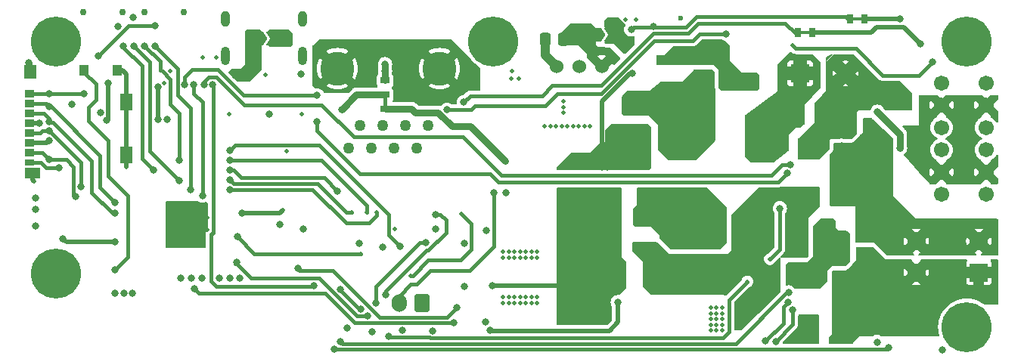
<source format=gbr>
%TF.GenerationSoftware,KiCad,Pcbnew,7.0.10*%
%TF.CreationDate,2025-01-30T01:06:35+01:00*%
%TF.ProjectId,BugWiperPCB,42756757-6970-4657-9250-43422e6b6963,rev?*%
%TF.SameCoordinates,Original*%
%TF.FileFunction,Copper,L4,Bot*%
%TF.FilePolarity,Positive*%
%FSLAX46Y46*%
G04 Gerber Fmt 4.6, Leading zero omitted, Abs format (unit mm)*
G04 Created by KiCad (PCBNEW 7.0.10) date 2025-01-30 01:06:35*
%MOMM*%
%LPD*%
G01*
G04 APERTURE LIST*
G04 Aperture macros list*
%AMRoundRect*
0 Rectangle with rounded corners*
0 $1 Rounding radius*
0 $2 $3 $4 $5 $6 $7 $8 $9 X,Y pos of 4 corners*
0 Add a 4 corners polygon primitive as box body*
4,1,4,$2,$3,$4,$5,$6,$7,$8,$9,$2,$3,0*
0 Add four circle primitives for the rounded corners*
1,1,$1+$1,$2,$3*
1,1,$1+$1,$4,$5*
1,1,$1+$1,$6,$7*
1,1,$1+$1,$8,$9*
0 Add four rect primitives between the rounded corners*
20,1,$1+$1,$2,$3,$4,$5,0*
20,1,$1+$1,$4,$5,$6,$7,0*
20,1,$1+$1,$6,$7,$8,$9,0*
20,1,$1+$1,$8,$9,$2,$3,0*%
%AMFreePoly0*
4,1,6,1.000000,0.000000,0.500000,-0.750000,-0.500000,-0.750000,-0.500000,0.750000,0.500000,0.750000,1.000000,0.000000,1.000000,0.000000,$1*%
%AMFreePoly1*
4,1,6,0.500000,-0.750000,-0.650000,-0.750000,-0.150000,0.000000,-0.650000,0.750000,0.500000,0.750000,0.500000,-0.750000,0.500000,-0.750000,$1*%
G04 Aperture macros list end*
%TA.AperFunction,EtchedComponent*%
%ADD10C,0.400000*%
%TD*%
%TA.AperFunction,ComponentPad*%
%ADD11O,1.000000X2.100000*%
%TD*%
%TA.AperFunction,ComponentPad*%
%ADD12O,1.000000X1.800000*%
%TD*%
%TA.AperFunction,ComponentPad*%
%ADD13C,1.701800*%
%TD*%
%TA.AperFunction,SMDPad,CuDef*%
%ADD14RoundRect,0.250000X-0.337500X-0.475000X0.337500X-0.475000X0.337500X0.475000X-0.337500X0.475000X0*%
%TD*%
%TA.AperFunction,ComponentPad*%
%ADD15C,5.600000*%
%TD*%
%TA.AperFunction,ComponentPad*%
%ADD16R,2.025000X2.025000*%
%TD*%
%TA.AperFunction,ComponentPad*%
%ADD17C,2.025000*%
%TD*%
%TA.AperFunction,ComponentPad*%
%ADD18C,1.270000*%
%TD*%
%TA.AperFunction,ComponentPad*%
%ADD19C,3.810000*%
%TD*%
%TA.AperFunction,ComponentPad*%
%ADD20R,2.100000X2.100000*%
%TD*%
%TA.AperFunction,ComponentPad*%
%ADD21C,2.100000*%
%TD*%
%TA.AperFunction,ComponentPad*%
%ADD22C,3.600000*%
%TD*%
%TA.AperFunction,ConnectorPad*%
%ADD23C,5.600000*%
%TD*%
%TA.AperFunction,ComponentPad*%
%ADD24RoundRect,0.250000X0.600000X0.750000X-0.600000X0.750000X-0.600000X-0.750000X0.600000X-0.750000X0*%
%TD*%
%TA.AperFunction,ComponentPad*%
%ADD25O,1.700000X2.000000*%
%TD*%
%TA.AperFunction,ComponentPad*%
%ADD26C,1.524000*%
%TD*%
%TA.AperFunction,ComponentPad*%
%ADD27C,0.750000*%
%TD*%
%TA.AperFunction,SMDPad,CuDef*%
%ADD28R,0.800000X1.000000*%
%TD*%
%TA.AperFunction,SMDPad,CuDef*%
%ADD29FreePoly0,0.000000*%
%TD*%
%TA.AperFunction,SMDPad,CuDef*%
%ADD30FreePoly1,0.000000*%
%TD*%
%TA.AperFunction,SMDPad,CuDef*%
%ADD31R,1.000000X0.800000*%
%TD*%
%TA.AperFunction,SMDPad,CuDef*%
%ADD32R,1.100000X0.850000*%
%TD*%
%TA.AperFunction,SMDPad,CuDef*%
%ADD33R,1.100000X0.750000*%
%TD*%
%TA.AperFunction,SMDPad,CuDef*%
%ADD34R,1.000000X1.200000*%
%TD*%
%TA.AperFunction,SMDPad,CuDef*%
%ADD35R,1.350000X1.550000*%
%TD*%
%TA.AperFunction,SMDPad,CuDef*%
%ADD36R,1.350000X1.900000*%
%TD*%
%TA.AperFunction,SMDPad,CuDef*%
%ADD37R,1.800000X1.170000*%
%TD*%
%TA.AperFunction,ViaPad*%
%ADD38C,0.500000*%
%TD*%
%TA.AperFunction,ViaPad*%
%ADD39C,0.800000*%
%TD*%
%TA.AperFunction,ViaPad*%
%ADD40C,0.600000*%
%TD*%
%TA.AperFunction,Conductor*%
%ADD41C,0.400000*%
%TD*%
%TA.AperFunction,Conductor*%
%ADD42C,0.750000*%
%TD*%
%TA.AperFunction,Conductor*%
%ADD43C,1.000000*%
%TD*%
%TA.AperFunction,Conductor*%
%ADD44C,0.500000*%
%TD*%
G04 APERTURE END LIST*
%TA.AperFunction,EtchedComponent*%
%TO.C,JP3*%
G36*
X204208000Y-61671200D02*
G01*
X203301600Y-61671200D01*
X203301600Y-61271200D01*
X204208000Y-61271200D01*
X204208000Y-61671200D01*
G37*
%TD.AperFunction*%
D10*
%TO.C,JP4*%
X150876000Y-71501000D02*
X150876000Y-70231000D01*
%TA.AperFunction,EtchedComponent*%
%TO.C,JP2*%
G36*
X198366000Y-63195200D02*
G01*
X197459600Y-63195200D01*
X197459600Y-62795200D01*
X198366000Y-62795200D01*
X198366000Y-63195200D01*
G37*
%TD.AperFunction*%
%TD*%
D11*
%TO.P,J1,SH1,SHIELD*%
%TO.N,GND*%
X141636400Y-65652800D03*
%TO.P,J1,SH2,SHIELD*%
X132996400Y-65652800D03*
D12*
%TO.P,J1,SH3,SHIELD*%
X141636400Y-61472800D03*
%TO.P,J1,SH4,SHIELD*%
X132996400Y-61472800D03*
%TD*%
D13*
%TO.P,J2,1,1*%
%TO.N,Net-(F2-Pad1)*%
X213170001Y-81141601D03*
%TO.P,J2,2,2*%
X218170001Y-81141601D03*
%TO.P,J2,3,3*%
%TO.N,/GND2*%
X213170001Y-78641601D03*
%TO.P,J2,4,4*%
X218170001Y-78641601D03*
%TO.P,J2,5,5*%
%TO.N,EN_C2*%
X213170001Y-76141600D03*
%TO.P,J2,6,6*%
X218170001Y-76141600D03*
%TO.P,J2,7,7*%
%TO.N,EN_C1*%
X213170001Y-73641600D03*
%TO.P,J2,8,8*%
X218170001Y-73641600D03*
%TO.P,J2,9,9*%
%TO.N,/GND2*%
X213170001Y-71141600D03*
%TO.P,J2,10,10*%
X218170001Y-71141600D03*
%TO.P,J2,11,11*%
%TO.N,sw_1*%
X213170001Y-68641600D03*
%TO.P,J2,12,12*%
X218170001Y-68641600D03*
%TD*%
D14*
%TO.P,C41,1*%
%TO.N,Net-(U6-+VIN)*%
X168812300Y-63728600D03*
%TO.P,C41,2*%
%TO.N,/Power/3V3*%
X170887300Y-63728600D03*
%TD*%
D15*
%TO.P,H2,1*%
%TO.N,N/C*%
X163000000Y-64000000D03*
%TD*%
D16*
%TO.P,J6,1,1*%
%TO.N,/Power/Motor+*%
X217346000Y-89888000D03*
D17*
%TO.P,J6,2,2*%
X210346000Y-89888000D03*
%TO.P,J6,3,3*%
%TO.N,/Power/Motor-*%
X217346000Y-86388000D03*
%TO.P,J6,4,4*%
X210346000Y-86388000D03*
%TD*%
D18*
%TO.P,J4,1*%
%TO.N,/ESP32-S3/GND3*%
X155702000Y-73380700D03*
%TO.P,J4,2*%
%TO.N,Net-(RN3C-R3.1)*%
X154432000Y-75920700D03*
%TO.P,J4,3*%
%TO.N,Net-(RN3D-R4.1)*%
X153162000Y-73380700D03*
%TO.P,J4,4*%
%TO.N,Net-(RN6-R1.1)*%
X151892000Y-75920700D03*
%TO.P,J4,5*%
%TO.N,Net-(RN6-R2.1)*%
X150622000Y-73380700D03*
%TO.P,J4,6*%
%TO.N,Net-(RN6-R3.1)*%
X149352000Y-75920700D03*
%TO.P,J4,7*%
%TO.N,Net-(RN6-R4.1)*%
X148082000Y-73380700D03*
%TO.P,J4,8*%
%TO.N,Net-(F1-Pad2)*%
X146812000Y-75920700D03*
D19*
%TO.P,J4,SH*%
%TO.N,/ESP32-S3/GND3*%
X156972000Y-67030700D03*
X145542000Y-67030700D03*
%TD*%
D15*
%TO.P,H3,1*%
%TO.N,N/C*%
X216000000Y-64000000D03*
%TD*%
%TO.P,H4,1*%
%TO.N,N/C*%
X114000000Y-90000000D03*
%TD*%
D20*
%TO.P,J3,1,1*%
%TO.N,/Power/+VBat*%
X197353000Y-67591500D03*
D21*
%TO.P,J3,2,2*%
%TO.N,GND*%
X202433000Y-67591500D03*
%TD*%
D22*
%TO.P,H5,1,1*%
%TO.N,Net-(C27-Pad1)*%
X216000000Y-96000000D03*
D23*
X216000000Y-96000000D03*
%TD*%
D24*
%TO.P,J7,1,Pin_1*%
%TO.N,GND*%
X154990800Y-93319600D03*
D25*
%TO.P,J7,2,Pin_2*%
%TO.N,sw_2*%
X152490800Y-93319600D03*
%TD*%
D26*
%TO.P,U6,1,+VIN*%
%TO.N,Net-(U6-+VIN)*%
X170078400Y-66827400D03*
%TO.P,U6,2,GND*%
%TO.N,GND*%
X172618400Y-66827400D03*
%TO.P,U6,3,+VOUT*%
%TO.N,/Power/3V3*%
X175158400Y-66827400D03*
%TD*%
D27*
%TO.P,S1,S1,SHIELD__1*%
%TO.N,GND*%
X128336400Y-60694800D03*
%TO.P,S1,S2,SHIELD__2*%
X123936400Y-60694800D03*
%TD*%
D15*
%TO.P,H1,1*%
%TO.N,N/C*%
X114000000Y-64000000D03*
%TD*%
D27*
%TO.P,S2,S1,SHIELD__1*%
%TO.N,GND*%
X121453000Y-60694800D03*
%TO.P,S2,S2,SHIELD__2*%
X117053000Y-60694800D03*
%TD*%
D28*
%TO.P,JP3,1,A*%
%TO.N,EN_C2*%
X204546000Y-61468000D03*
%TO.P,JP3,2,A*%
%TO.N,Enc_2*%
X202946000Y-61468000D03*
%TD*%
D29*
%TO.P,JP5,1,A*%
%TO.N,/ESP32-S3/+3\u002C3V*%
X136714400Y-63652400D03*
D30*
%TO.P,JP5,2,B*%
%TO.N,+3.3V*%
X138164400Y-63652400D03*
%TD*%
D29*
%TO.P,JP6,1,A*%
%TO.N,/Power/3V3*%
X174535000Y-63246000D03*
D30*
%TO.P,JP6,2,B*%
%TO.N,+3.3V*%
X175985000Y-63246000D03*
%TD*%
D31*
%TO.P,JP4,1,A*%
%TO.N,+12V*%
X150876000Y-71577000D03*
%TO.P,JP4,2,C*%
%TO.N,Net-(JP4-C)*%
X150876000Y-69977000D03*
%TO.P,JP4,3,B*%
%TO.N,+3.3V*%
X150876000Y-68377000D03*
%TD*%
D32*
%TO.P,J8,1,DAT2*%
%TO.N,DAT2*%
X111050000Y-69895000D03*
%TO.P,J8,2,DAT3/CD*%
%TO.N,SD_CS*%
X111050000Y-70995000D03*
%TO.P,J8,3,CMD*%
%TO.N,MOSI*%
X111050000Y-72095000D03*
%TO.P,J8,4,VDD*%
%TO.N,+3.3V*%
X111050000Y-73195000D03*
%TO.P,J8,5,CLK*%
%TO.N,CLK*%
X111050000Y-74295000D03*
%TO.P,J8,6,VSS*%
%TO.N,GND*%
X111050000Y-75395000D03*
%TO.P,J8,7,DAT0*%
%TO.N,MISO*%
X111050000Y-76495000D03*
D33*
%TO.P,J8,8,DAT1*%
%TO.N,DAT1*%
X111050000Y-77545000D03*
D34*
%TO.P,J8,9,DET_B*%
%TO.N,SD_DET*%
X117200000Y-67260000D03*
%TO.P,J8,10,DET_A*%
%TO.N,GND*%
X120900000Y-67260000D03*
D35*
%TO.P,J8,11,SHIELD*%
X111175000Y-67435000D03*
D36*
X121875000Y-70760000D03*
X121875000Y-76730000D03*
D37*
X111400000Y-78755000D03*
%TD*%
D28*
%TO.P,JP2,1,A*%
%TO.N,EN_C1*%
X198704000Y-62992000D03*
%TO.P,JP2,2,A*%
%TO.N,Enc_1*%
X197104000Y-62992000D03*
%TD*%
D38*
%TO.N,Net-(U3-IS)*%
X193954400Y-88392000D03*
D39*
%TO.N,Boot*%
X111760000Y-81534000D03*
X118745000Y-65659000D03*
X125145800Y-62230000D03*
%TO.N,EN*%
X120650000Y-86487000D03*
X114808000Y-86106000D03*
%TO.N,sw_1*%
X157808712Y-71664564D03*
D38*
X196494400Y-64439800D03*
D39*
X189050200Y-63157000D03*
X212128000Y-66294000D03*
%TO.N,GND*%
X129184400Y-90518400D03*
D38*
X165354000Y-88214200D03*
X187985400Y-95097600D03*
X188620400Y-95097600D03*
X128168400Y-82397600D03*
X208534000Y-69850000D03*
D39*
X141732000Y-85039200D03*
D38*
X171272200Y-73507600D03*
X126847600Y-67310000D03*
X192024000Y-68046600D03*
X128168400Y-85140800D03*
X137500000Y-67750000D03*
X199593200Y-89077800D03*
X164084000Y-88214200D03*
X167259000Y-92659200D03*
X180771800Y-82194400D03*
X181406800Y-80924400D03*
X185242200Y-83540600D03*
X201955400Y-71501000D03*
X187985400Y-94462600D03*
X189484000Y-68681600D03*
X171907200Y-73507600D03*
D39*
X205943200Y-97688400D03*
D38*
X183337200Y-83540600D03*
X187985400Y-93827600D03*
X201955400Y-72136000D03*
X191389000Y-68681600D03*
D39*
X156236060Y-96405800D03*
D38*
X167894000Y-92659200D03*
X183972200Y-83540600D03*
X190119000Y-68046600D03*
X187350400Y-95732600D03*
D39*
X113284000Y-75152957D03*
D38*
X111556800Y-79705200D03*
X189484000Y-68046600D03*
X188620400Y-94462600D03*
X198882000Y-89916000D03*
X166624000Y-88214200D03*
X172542200Y-73507600D03*
X129540000Y-85140800D03*
X180771800Y-80924400D03*
X201955400Y-70866000D03*
X165354000Y-93294200D03*
X129540000Y-83769200D03*
X198805800Y-74726800D03*
X165100000Y-67310000D03*
X198805800Y-75361800D03*
X128117600Y-86614000D03*
X185877200Y-84175600D03*
X198170800Y-74726800D03*
X167894000Y-87579200D03*
X141558200Y-72136000D03*
X187985400Y-96367600D03*
D39*
X141478000Y-67665600D03*
D38*
X133451600Y-72136000D03*
X173177200Y-73507600D03*
X151968200Y-84988400D03*
X180771800Y-82829400D03*
X166624000Y-87579200D03*
X139827000Y-76327000D03*
X164719000Y-87579200D03*
X167259000Y-93294200D03*
X201320400Y-73406000D03*
D39*
X147966901Y-86639400D03*
D38*
X167259000Y-87579200D03*
X190754000Y-68681600D03*
X188620400Y-95732600D03*
X170840400Y-71374000D03*
X187350400Y-94462600D03*
X184607200Y-84175600D03*
X131978400Y-65786000D03*
X121875000Y-72593200D03*
X126161800Y-68681600D03*
X129540000Y-86614000D03*
D40*
X183997600Y-61366400D03*
D38*
X187350400Y-93827600D03*
X130429000Y-65786000D03*
X164084000Y-92659200D03*
X207772000Y-69850000D03*
X167894000Y-88214200D03*
X164084000Y-93294200D03*
D39*
X213233000Y-98552000D03*
D38*
X183870600Y-65176400D03*
X201955400Y-72771000D03*
X185140600Y-65176400D03*
X190754000Y-68046600D03*
D39*
X139082131Y-84503949D03*
D38*
X129540000Y-82397600D03*
D39*
X159715200Y-91414800D03*
X120680000Y-92172000D03*
X126492000Y-72720200D03*
D38*
X201320400Y-72136000D03*
X181406800Y-81559400D03*
X198170800Y-75361800D03*
X166624000Y-93294200D03*
X191389000Y-68046600D03*
X167894000Y-93294200D03*
X198882000Y-89077800D03*
X181406800Y-82829400D03*
X164719000Y-92659200D03*
X169367200Y-73507600D03*
X197459600Y-89941400D03*
X198170800Y-89103200D03*
X170840400Y-72009000D03*
X198170800Y-89941400D03*
X187350400Y-96367600D03*
X188620400Y-93827600D03*
X184505600Y-65176400D03*
X164719000Y-88214200D03*
X201422000Y-87884000D03*
X165354000Y-92659200D03*
X165989000Y-88214200D03*
X165862000Y-68199000D03*
D39*
X119037000Y-71995036D03*
X122682000Y-61305000D03*
D38*
X187985400Y-95732600D03*
X170002200Y-73507600D03*
X190119000Y-68681600D03*
D39*
X152845086Y-96355000D03*
D38*
X201422000Y-86004400D03*
X167259000Y-88214200D03*
D39*
X146608800Y-96113600D03*
D38*
X183235600Y-65176400D03*
X201955400Y-73406000D03*
X187350400Y-95097600D03*
X201320400Y-70866000D03*
X165354000Y-87579200D03*
X128168400Y-83769200D03*
X196799200Y-89941400D03*
X201422000Y-85344000D03*
X199593200Y-89916000D03*
X165989000Y-92659200D03*
X185242200Y-84175600D03*
X180771800Y-81559400D03*
X196799200Y-89103200D03*
X130962400Y-85140800D03*
D39*
X122555000Y-92172000D03*
D38*
X168732200Y-73507600D03*
X201422000Y-86664800D03*
X183337200Y-84175600D03*
X185877200Y-83540600D03*
D39*
X130403600Y-90518400D03*
D38*
X192024000Y-68681600D03*
X166624000Y-92659200D03*
X201320400Y-72771000D03*
X126746000Y-85140800D03*
X181406800Y-82194400D03*
D39*
X159715200Y-86614000D03*
X164388800Y-80975200D03*
D38*
X164084000Y-87579200D03*
X201320400Y-71501000D03*
X197459600Y-89103200D03*
X121869200Y-78079600D03*
X170637200Y-73507600D03*
D39*
X111760000Y-82804000D03*
D38*
X165989000Y-93294200D03*
X188620400Y-96367600D03*
D39*
X149456138Y-96551264D03*
X121617500Y-92172000D03*
D38*
X170840400Y-70739000D03*
D39*
X162115200Y-95402400D03*
D38*
X183972200Y-84175600D03*
X209296000Y-69850000D03*
D39*
X110998000Y-66395600D03*
D38*
X201422000Y-87274400D03*
X173812200Y-73507600D03*
X130962400Y-83769200D03*
X126746000Y-83769200D03*
X164973000Y-68199000D03*
X165989000Y-87579200D03*
D39*
X128016000Y-90518400D03*
D38*
X184607200Y-83540600D03*
X164719000Y-93294200D03*
%TO.N,+12V*%
X178917600Y-77825600D03*
X178917600Y-74015600D03*
X176199800Y-91465400D03*
X176199800Y-90830400D03*
X175564800Y-89560400D03*
X175615600Y-82092800D03*
X177647600Y-77825600D03*
X171729400Y-93268800D03*
X172364400Y-87579200D03*
X176199800Y-89560400D03*
X175133000Y-76327000D03*
X175133000Y-78232000D03*
X175615600Y-81457800D03*
X175133000Y-77597000D03*
D39*
X171958000Y-91364800D03*
D38*
X175615600Y-80822800D03*
X177647600Y-76555600D03*
D39*
X178562000Y-67564000D03*
D38*
X175564800Y-90830400D03*
X173634400Y-93268800D03*
X178917600Y-75285600D03*
X172999400Y-93268800D03*
X171729400Y-87579200D03*
X175133000Y-76962000D03*
X176199800Y-90195400D03*
X178917600Y-76555600D03*
D39*
X162891200Y-91364800D03*
X163525200Y-76606400D03*
D38*
X172364400Y-93268800D03*
X172999400Y-87579200D03*
X175564800Y-91465400D03*
X175564800Y-90195400D03*
X175768000Y-76327000D03*
X177647600Y-74015600D03*
X175768000Y-76962000D03*
X175768000Y-78232000D03*
D39*
X164338000Y-77419200D03*
D38*
X173634400Y-87579200D03*
X175768000Y-77597000D03*
X175615600Y-82727800D03*
X177647600Y-75285600D03*
%TO.N,/Power/+VBat*%
X195554600Y-74244200D03*
X194919600Y-73609200D03*
X194919600Y-74879200D03*
X194919600Y-75514200D03*
X195554600Y-73609200D03*
X195554600Y-75514200D03*
X195554600Y-74879200D03*
X194919600Y-74244200D03*
D39*
%TO.N,/ESP32-S3/ADC_VBat*%
X141122400Y-89458800D03*
X158899935Y-93819400D03*
%TO.N,EN_C1*%
X210820000Y-64262000D03*
%TO.N,Net-(CR1-IO_2)*%
X121557514Y-64509114D03*
X145567400Y-80746600D03*
X133502400Y-78447900D03*
X124942600Y-78435200D03*
%TO.N,EN_C2*%
X208483200Y-61518800D03*
%TO.N,Net-(U2-IS)*%
X196523057Y-94068000D03*
X194596285Y-97619085D03*
D38*
%TO.N,Net-(U3-IS)*%
X191439800Y-90906600D03*
D39*
X151256500Y-97055000D03*
X195072000Y-82702400D03*
%TO.N,Net-(CR1-IO_3)*%
X127812800Y-77317600D03*
X123932770Y-64509114D03*
D38*
X148851620Y-83139892D03*
D39*
X133502400Y-77349350D03*
D38*
%TO.N,Net-(CR1-IO_4)*%
X149974300Y-83139892D03*
D39*
X125120400Y-64509114D03*
X133502400Y-80645000D03*
X129082800Y-80645000D03*
D38*
%TO.N,+12V_HighSide*%
X180848000Y-87985600D03*
X182118000Y-90805000D03*
X179578000Y-87985600D03*
X197485000Y-85953600D03*
X182118000Y-90170000D03*
X196748400Y-86563200D03*
X181483000Y-90170000D03*
X197815200Y-97332800D03*
X192176400Y-93268800D03*
X192125600Y-84175600D03*
X196748400Y-85293200D03*
X196900800Y-81432400D03*
X182118000Y-89535000D03*
X196342000Y-80772000D03*
X197815200Y-96697800D03*
X196900800Y-80772000D03*
X190855600Y-84175600D03*
X190906400Y-93268800D03*
X181483000Y-87985600D03*
X181483000Y-90805000D03*
X191490600Y-84175600D03*
X182118000Y-91440000D03*
X181483000Y-91440000D03*
X198450200Y-96697800D03*
X198450200Y-97332800D03*
X181483000Y-89535000D03*
X180213000Y-87985600D03*
X196342000Y-81432400D03*
X191541400Y-93268800D03*
X196748400Y-85953600D03*
D39*
%TO.N,+3.3V*%
X176936400Y-93218000D03*
X162610800Y-96355000D03*
X162215600Y-85217118D03*
X111760000Y-84683600D03*
X120973314Y-62299314D03*
X132334000Y-90525600D03*
D38*
X177800000Y-64008000D03*
X177038000Y-64008000D03*
D39*
X150575901Y-87015699D03*
X150876000Y-66548000D03*
D38*
X178943000Y-61595000D03*
X176784000Y-61595000D03*
X140030200Y-63982600D03*
D39*
X134607203Y-90525600D03*
X150876000Y-67360800D03*
X137922000Y-72136000D03*
D38*
X176022000Y-61595000D03*
X140030200Y-63322200D03*
D39*
X115773200Y-71018400D03*
D38*
X139395200Y-63982600D03*
D39*
X112192129Y-73195000D03*
D38*
X177038000Y-63246000D03*
X139395200Y-63322200D03*
D39*
X156540200Y-84988400D03*
X133470601Y-90525600D03*
D38*
X177749200Y-61595000D03*
%TO.N,Enc1*%
X139446000Y-82905600D03*
D39*
X134823200Y-83261200D03*
%TO.N,Net-(CR1-IO_1)*%
X133502400Y-79546450D03*
X127838200Y-79578200D03*
D38*
X147144790Y-83139892D03*
D39*
X122745142Y-64509114D03*
%TO.N,IN_1*%
X125425200Y-72724600D03*
X125425200Y-69138800D03*
%TO.N,IN_4*%
X119837000Y-68681600D03*
X119700771Y-72849400D03*
%TO.N,OUT1*%
X152577800Y-86995000D03*
X133502400Y-76250800D03*
D38*
%TO.N,OUT2*%
X148183600Y-87782400D03*
D39*
X134366000Y-85902800D03*
%TO.N,/ESP32-S3/M_IS1*%
X150946286Y-92380025D03*
X156540200Y-83413600D03*
%TO.N,/ESP32-S3/M_IS2*%
X155397200Y-86563200D03*
X148132800Y-93954800D03*
X149817434Y-93314063D03*
X145894829Y-91793532D03*
%TO.N,/ESP32-S3/M_INH1*%
X193446400Y-97586800D03*
X195986400Y-93218000D03*
X129462776Y-68840917D03*
X134239000Y-88782000D03*
X130479800Y-81280000D03*
X148956000Y-94754800D03*
%TO.N,/ESP32-S3/M_IN2*%
X130622995Y-68834698D03*
X196215000Y-77840000D03*
%TO.N,/ESP32-S3/M_IN1*%
X145859500Y-97624900D03*
X131572804Y-68815542D03*
X196037200Y-92125800D03*
X142900400Y-91351000D03*
%TO.N,A_INA*%
X129540000Y-91694000D03*
X158600339Y-95554800D03*
%TO.N,/ESP32-S3/ADC_NTC*%
X207289400Y-98272600D03*
X145186400Y-98450400D03*
D38*
%TO.N,Net-(CR2-IO_1)*%
X153779712Y-90230025D03*
X159410400Y-83312000D03*
D39*
%TO.N,sw_2*%
X163017200Y-80975200D03*
D38*
%TO.N,/Power/+VBat\u002A*%
X180040008Y-69959442D03*
X182168800Y-75793600D03*
X183464200Y-69900800D03*
X184099200Y-69900800D03*
X184734200Y-69900800D03*
X182168800Y-76428600D03*
X182168800Y-75158600D03*
X185369200Y-69900800D03*
X178770008Y-69959442D03*
X179405008Y-69959442D03*
X178135008Y-69959442D03*
X182168800Y-74523600D03*
%TO.N,/Power/Motor+*%
X205689200Y-96418400D03*
X203149200Y-96418400D03*
X201879200Y-92608400D03*
X204419200Y-91338400D03*
X204419200Y-96418400D03*
X204419200Y-92608400D03*
X203149200Y-93878400D03*
X201879200Y-90068400D03*
X205689200Y-95148400D03*
X201879200Y-95148400D03*
X203149200Y-92608400D03*
X204419200Y-93878400D03*
X205689200Y-90068400D03*
X201879200Y-93878400D03*
X203149200Y-91338400D03*
X203149200Y-90068400D03*
X205689200Y-91338400D03*
X204419200Y-90068400D03*
X203149200Y-95148400D03*
X205689200Y-93878400D03*
X201879200Y-91338400D03*
X205689200Y-92608400D03*
X204419200Y-95148400D03*
X201879200Y-96418400D03*
%TO.N,/Power/Motor-*%
X205790800Y-79349600D03*
X205790800Y-76809600D03*
X204520800Y-75539600D03*
X204520800Y-76809600D03*
X203250800Y-75539600D03*
X203250800Y-78079600D03*
X204520800Y-80619600D03*
X204520800Y-79349600D03*
X201980800Y-78079600D03*
X201980800Y-79349600D03*
X201980800Y-81889600D03*
X203250800Y-81889600D03*
X201980800Y-80619600D03*
X203250800Y-80619600D03*
X204520800Y-78079600D03*
X204520800Y-81889600D03*
X205790800Y-75539600D03*
X205790800Y-80619600D03*
X201980800Y-76809600D03*
X201980800Y-75539600D03*
X203250800Y-76809600D03*
X205790800Y-81889600D03*
X205790800Y-78079600D03*
X203250800Y-79349600D03*
D39*
%TO.N,Net-(JP4-C)*%
X146024600Y-71602600D03*
%TO.N,Net-(JP1-C)*%
X205994000Y-71882000D03*
X208534000Y-75946000D03*
%TO.N,Enc_1*%
X159698898Y-70818771D03*
%TO.N,Enc_2*%
X178435000Y-62661800D03*
X180882002Y-62293600D03*
%TO.N,SD_CS*%
X120650000Y-82042000D03*
X113284000Y-71323200D03*
%TO.N,MOSI*%
X113284000Y-73000000D03*
X120650000Y-83261200D03*
%TO.N,CLK*%
X116789200Y-80264000D03*
X113284000Y-74044086D03*
%TO.N,MISO*%
X116230400Y-81381600D03*
X113284000Y-77243987D03*
%TO.N,DAT2*%
X113284000Y-69900800D03*
X117195600Y-69900800D03*
%TO.N,DAT1*%
X114389400Y-78138000D03*
%TO.N,/ESP32-S3/M_INH2*%
X195884800Y-78740000D03*
X143256000Y-72974200D03*
X143256000Y-70053200D03*
X128460500Y-68834000D03*
%TO.N,SD_DET*%
X120650000Y-89611200D03*
D38*
%TO.N,/GND2*%
X210312000Y-75184000D03*
X209550000Y-75184000D03*
X210312000Y-74422000D03*
%TO.N,/ESP32-S3/GND3*%
X160020000Y-68072000D03*
X160020000Y-67310000D03*
X160782000Y-67310000D03*
%TO.N,/Power/3V3*%
X173355000Y-64008000D03*
X173355000Y-63246000D03*
X172466000Y-64008000D03*
D39*
%TO.N,/ESP32-S3/+3\u002C3V*%
X134834114Y-67803592D03*
X134086600Y-67792600D03*
%TD*%
D41*
%TO.N,Boot*%
X125145800Y-62230000D02*
X122174000Y-62230000D01*
X122174000Y-62230000D02*
X118745000Y-65659000D01*
%TO.N,Net-(U2-IS)*%
X196523057Y-94068000D02*
X196523057Y-95692313D01*
X196523057Y-95692313D02*
X194596285Y-97619085D01*
%TO.N,Net-(U3-IS)*%
X195072000Y-82702400D02*
X195072000Y-87274400D01*
X195072000Y-87274400D02*
X193954400Y-88392000D01*
D42*
%TO.N,/Power/3V3*%
X170887300Y-63728600D02*
X172186600Y-63728600D01*
X172186600Y-63728600D02*
X172466000Y-64008000D01*
D43*
%TO.N,Net-(U6-+VIN)*%
X168812300Y-63728600D02*
X168812300Y-65561300D01*
X168812300Y-65561300D02*
X170078400Y-66827400D01*
D44*
%TO.N,EN*%
X115189000Y-86487000D02*
X120650000Y-86487000D01*
X114808000Y-86106000D02*
X115189000Y-86487000D01*
D41*
%TO.N,sw_1*%
X196875400Y-64820800D02*
X203581000Y-64820800D01*
X168821200Y-71208800D02*
X160947200Y-71208800D01*
X189050200Y-63157000D02*
X186118600Y-63157000D01*
X180995562Y-63957200D02*
X175102762Y-69850000D01*
X170180000Y-69850000D02*
X168821200Y-71208800D01*
X186118600Y-63157000D02*
X185318400Y-63957200D01*
X175102762Y-69850000D02*
X170180000Y-69850000D01*
X203581000Y-64820800D02*
X206552800Y-67792600D01*
X196494400Y-64439800D02*
X196875400Y-64820800D01*
X160947200Y-71208800D02*
X160491436Y-71664564D01*
X160491436Y-71664564D02*
X157808712Y-71664564D01*
X206552800Y-67792600D02*
X210629400Y-67792600D01*
X210629400Y-67792600D02*
X212128000Y-66294000D01*
X185318400Y-63957200D02*
X180995562Y-63957200D01*
D44*
%TO.N,GND*%
X111400000Y-79548400D02*
X111556800Y-79705200D01*
X111175000Y-66572600D02*
X110998000Y-66395600D01*
X113041957Y-75395000D02*
X111050000Y-75395000D01*
X121463600Y-67260000D02*
X121875000Y-67671400D01*
X113284000Y-75152957D02*
X113041957Y-75395000D01*
X121869200Y-76735800D02*
X121875000Y-76730000D01*
X121875000Y-72593200D02*
X121875000Y-70760000D01*
X111400000Y-78755000D02*
X111400000Y-79548400D01*
X121869200Y-78079600D02*
X121869200Y-76735800D01*
X121875000Y-78073800D02*
X121875000Y-72593200D01*
X111175000Y-67435000D02*
X111175000Y-66572600D01*
X121875000Y-67671400D02*
X121875000Y-70760000D01*
X120900000Y-67260000D02*
X121463600Y-67260000D01*
X121869200Y-78079600D02*
X121875000Y-78073800D01*
D42*
%TO.N,+12V*%
X160451800Y-73533000D02*
X164338000Y-77419200D01*
X154279600Y-71983600D02*
X156819600Y-71983600D01*
X158369000Y-73533000D02*
X160451800Y-73533000D01*
D44*
X178308000Y-67564000D02*
X175154753Y-70717247D01*
X171958000Y-91364800D02*
X162891200Y-91364800D01*
X175154753Y-75494247D02*
X173228000Y-77421000D01*
X178562000Y-67564000D02*
X178308000Y-67564000D01*
X175154753Y-70717247D02*
X175154753Y-75494247D01*
D42*
X150977600Y-71551600D02*
X153847600Y-71551600D01*
X156819600Y-71983600D02*
X158369000Y-73533000D01*
X153847600Y-71551600D02*
X154279600Y-71983600D01*
D41*
%TO.N,/ESP32-S3/ADC_VBat*%
X141318600Y-89655000D02*
X145027000Y-89655000D01*
X145027000Y-89655000D02*
X150276800Y-94904800D01*
X150276800Y-94904800D02*
X157814535Y-94904800D01*
X141122400Y-89458800D02*
X141318600Y-89655000D01*
X157814535Y-94904800D02*
X158899935Y-93819400D01*
D44*
%TO.N,EN_C1*%
X198907400Y-62966600D02*
X198882000Y-62992000D01*
X205892400Y-62407800D02*
X205333600Y-62966600D01*
X205333600Y-62966600D02*
X198907400Y-62966600D01*
X208965800Y-62407800D02*
X205892400Y-62407800D01*
X210820000Y-64262000D02*
X208965800Y-62407800D01*
D41*
%TO.N,Net-(CR1-IO_2)*%
X144068800Y-79248000D02*
X145567400Y-80746600D01*
X134747000Y-79248000D02*
X144068800Y-79248000D01*
X123647200Y-77139800D02*
X123647200Y-66751200D01*
X123647200Y-66751200D02*
X121557514Y-64661514D01*
X121557514Y-64661514D02*
X121557514Y-64509114D01*
X124942600Y-78435200D02*
X123647200Y-77139800D01*
X133502400Y-78447900D02*
X133946900Y-78447900D01*
X133946900Y-78447900D02*
X134747000Y-79248000D01*
D44*
%TO.N,EN_C2*%
X208483200Y-61518800D02*
X204506400Y-61518800D01*
D41*
%TO.N,Net-(U3-IS)*%
X155904689Y-97205800D02*
X188701439Y-97205800D01*
X155853889Y-97155000D02*
X155904689Y-97205800D01*
X188701439Y-97205800D02*
X189382400Y-96524839D01*
X189382400Y-96524839D02*
X189382400Y-92964000D01*
X151356500Y-97155000D02*
X155853889Y-97155000D01*
X151256500Y-97055000D02*
X151356500Y-97155000D01*
X189382400Y-92964000D02*
X191439800Y-90906600D01*
%TO.N,Net-(CR1-IO_3)*%
X125679200Y-66255544D02*
X123932770Y-64509114D01*
X133502400Y-77349350D02*
X133526115Y-77325635D01*
X148851620Y-82430620D02*
X148851620Y-83139892D01*
X125679200Y-67221100D02*
X125679200Y-66255544D01*
X133526115Y-77325635D02*
X143746635Y-77325635D01*
X143746635Y-77325635D02*
X148851620Y-82430620D01*
X127812800Y-72034400D02*
X126822200Y-71043800D01*
X126822200Y-68224400D02*
X125933200Y-67335400D01*
X126822200Y-71043800D02*
X126822200Y-68224400D01*
X127812800Y-77317600D02*
X127812800Y-72034400D01*
%TO.N,Net-(CR1-IO_4)*%
X146507200Y-84378800D02*
X142773400Y-80645000D01*
X149974300Y-83451700D02*
X149047200Y-84378800D01*
X129082800Y-71475600D02*
X127647600Y-70040400D01*
X125127286Y-64516000D02*
X125120400Y-64516000D01*
X127647600Y-67036314D02*
X125127286Y-64516000D01*
X129082800Y-80645000D02*
X129082800Y-71475600D01*
X149974300Y-83212190D02*
X149974300Y-83451700D01*
X149047200Y-84378800D02*
X146507200Y-84378800D01*
X127647600Y-70040400D02*
X127647600Y-67036314D01*
X142773400Y-80645000D02*
X133502400Y-80645000D01*
D44*
%TO.N,+3.3V*%
X176936400Y-95453200D02*
X176936400Y-93218000D01*
D42*
X150876000Y-66548000D02*
X150876000Y-67360800D01*
D44*
X175971200Y-96418400D02*
X176936400Y-95453200D01*
X162610800Y-96355000D02*
X162674200Y-96418400D01*
X162674200Y-96418400D02*
X175971200Y-96418400D01*
X112192129Y-73195000D02*
X111050000Y-73195000D01*
D42*
X150876000Y-67360800D02*
X150876000Y-68376800D01*
D44*
%TO.N,Enc1*%
X139090400Y-83261200D02*
X139446000Y-82905600D01*
X134823200Y-83261200D02*
X139090400Y-83261200D01*
D41*
%TO.N,Net-(CR1-IO_1)*%
X146538292Y-83139892D02*
X147144790Y-83139892D01*
X143346400Y-79948000D02*
X146538292Y-83139892D01*
X133502400Y-79546450D02*
X133903950Y-79948000D01*
X133903950Y-79948000D02*
X143346400Y-79948000D01*
X124561600Y-76301600D02*
X124561600Y-66325572D01*
X127838200Y-79578200D02*
X124561600Y-76301600D01*
X124561600Y-66325572D02*
X122745142Y-64509114D01*
D44*
%TO.N,IN_1*%
X125425200Y-69138800D02*
X125425200Y-72724600D01*
%TO.N,IN_4*%
X119837000Y-68681600D02*
X119837000Y-72713171D01*
X119837000Y-72713171D02*
X119700771Y-72849400D01*
D41*
%TO.N,OUT1*%
X143470400Y-75627000D02*
X134126200Y-75627000D01*
X152577800Y-86995000D02*
X151282400Y-85699600D01*
X134126200Y-75627000D02*
X133502400Y-76250800D01*
X151282400Y-83439000D02*
X143470400Y-75627000D01*
X151282400Y-85699600D02*
X151282400Y-83439000D01*
%TO.N,OUT2*%
X148183600Y-87782400D02*
X136245600Y-87782400D01*
X136245600Y-87782400D02*
X134366000Y-85902800D01*
%TO.N,/ESP32-S3/M_IS1*%
X150946286Y-91979314D02*
X155562400Y-87363200D01*
X157073600Y-83413600D02*
X156667200Y-83413600D01*
X157683200Y-84023200D02*
X157073600Y-83413600D01*
X150946286Y-92380025D02*
X150946286Y-91979314D01*
X155728571Y-87363200D02*
X157683200Y-85408571D01*
X155562400Y-87363200D02*
X155728571Y-87363200D01*
X157683200Y-85408571D02*
X157683200Y-84023200D01*
%TO.N,/ESP32-S3/M_IS2*%
X154736800Y-86563200D02*
X155397200Y-86563200D01*
X149817434Y-93314063D02*
X149817434Y-91482566D01*
X149817434Y-91482566D02*
X154736800Y-86563200D01*
X145894829Y-91843629D02*
X145894829Y-91793532D01*
X148006000Y-93954800D02*
X145894829Y-91843629D01*
X148132800Y-93954800D02*
X148006000Y-93954800D01*
%TO.N,/ESP32-S3/M_INH1*%
X147724726Y-94754800D02*
X143520926Y-90551000D01*
X148956000Y-94754800D02*
X147724726Y-94754800D01*
X195453000Y-93751400D02*
X195986400Y-93218000D01*
X195453000Y-95580200D02*
X195453000Y-93751400D01*
X193446400Y-97586800D02*
X195453000Y-95580200D01*
X134121000Y-88900000D02*
X134239000Y-88782000D01*
X130454400Y-70815200D02*
X129462776Y-69823576D01*
X135890000Y-90551000D02*
X134239000Y-88900000D01*
X130479800Y-81280000D02*
X130454400Y-81254600D01*
X130454400Y-81254600D02*
X130454400Y-70815200D01*
X129462776Y-69823576D02*
X129462776Y-68840917D01*
X143520926Y-90551000D02*
X135890000Y-90551000D01*
%TO.N,/ESP32-S3/M_IN2*%
X131998142Y-68015542D02*
X131120458Y-68015542D01*
X130622995Y-68513005D02*
X130622995Y-68834698D01*
X196215000Y-77840000D02*
X195331511Y-77840000D01*
X135102600Y-71120000D02*
X131998142Y-68015542D01*
X195331511Y-77840000D02*
X194160511Y-79011000D01*
X159613600Y-74726800D02*
X147370800Y-74726800D01*
X131120458Y-68015542D02*
X130622995Y-68513005D01*
X147370800Y-74726800D02*
X143764000Y-71120000D01*
X143764000Y-71120000D02*
X135102600Y-71120000D01*
X194160511Y-79011000D02*
X163897800Y-79011000D01*
X163897800Y-79011000D02*
X159613600Y-74726800D01*
%TO.N,/ESP32-S3/M_IN1*%
X131612400Y-85410039D02*
X131419600Y-85602839D01*
X132003800Y-91440000D02*
X142811400Y-91440000D01*
X146090400Y-97855800D02*
X145859500Y-97624900D01*
X131612400Y-68855138D02*
X131612400Y-85410039D01*
X131419600Y-85602839D02*
X131419600Y-90855800D01*
X131419600Y-90855800D02*
X132003800Y-91440000D01*
X195852273Y-92125800D02*
X190122273Y-97855800D01*
X196037200Y-92125800D02*
X195852273Y-92125800D01*
X142811400Y-91440000D02*
X142900400Y-91351000D01*
X131572804Y-68815542D02*
X131612400Y-68855138D01*
X190122273Y-97855800D02*
X146090400Y-97855800D01*
%TO.N,A_INA*%
X147497800Y-95554800D02*
X158600339Y-95554800D01*
X144145000Y-92202000D02*
X147497800Y-95554800D01*
X129540000Y-91694000D02*
X130048000Y-92202000D01*
X130048000Y-92202000D02*
X144145000Y-92202000D01*
%TO.N,/ESP32-S3/ADC_NTC*%
X145241800Y-98505800D02*
X207056200Y-98505800D01*
X207056200Y-98505800D02*
X207289400Y-98272600D01*
X145186400Y-98450400D02*
X145241800Y-98505800D01*
%TO.N,Net-(CR2-IO_1)*%
X159359600Y-88493600D02*
X160515200Y-87338000D01*
X160515200Y-84416800D02*
X159410400Y-83312000D01*
X153779712Y-90230025D02*
X153965575Y-90230025D01*
X155702000Y-88493600D02*
X159359600Y-88493600D01*
X153965575Y-90230025D02*
X155702000Y-88493600D01*
X160515200Y-87338000D02*
X160515200Y-84416800D01*
%TO.N,sw_2*%
X163017200Y-80975200D02*
X163017200Y-86981429D01*
X152490800Y-92517600D02*
X152490800Y-93319600D01*
X155966400Y-89651600D02*
X154381200Y-91236800D01*
X160347029Y-89651600D02*
X155966400Y-89651600D01*
X154381200Y-91236800D02*
X153771600Y-91236800D01*
X153771600Y-91236800D02*
X152490800Y-92517600D01*
X163017200Y-86981429D02*
X160347029Y-89651600D01*
D42*
%TO.N,Net-(JP4-C)*%
X146024600Y-71602600D02*
X147675600Y-69951600D01*
X147675600Y-69951600D02*
X147777200Y-69951600D01*
X147777200Y-69951600D02*
X150926800Y-69951600D01*
%TO.N,Net-(JP1-C)*%
X208534000Y-75946000D02*
X208534000Y-74422000D01*
X208534000Y-74422000D02*
X205994000Y-71882000D01*
D41*
%TO.N,Enc_1*%
X160413669Y-70104000D02*
X168445117Y-70104000D01*
X159698898Y-70818771D02*
X160413669Y-70104000D01*
X169588117Y-68961000D02*
X175072524Y-68961000D01*
X180939924Y-63093600D02*
X184805561Y-63093600D01*
X184805561Y-63093600D02*
X185948561Y-61950600D01*
X168445117Y-70104000D02*
X169588117Y-68961000D01*
X175072524Y-68961000D02*
X180939924Y-63093600D01*
X185948561Y-61950600D02*
X195656200Y-61950600D01*
X195656200Y-61950600D02*
X196799200Y-63093600D01*
%TO.N,Enc_2*%
X184597523Y-62382400D02*
X185740523Y-61239400D01*
X178435000Y-62661800D02*
X178714400Y-62382400D01*
X178714400Y-62382400D02*
X184597523Y-62382400D01*
X185740523Y-61239400D02*
X202463400Y-61239400D01*
X202463400Y-61239400D02*
X202793600Y-61569600D01*
%TO.N,SD_CS*%
X113284000Y-71323200D02*
X113487200Y-71323200D01*
X118973600Y-76809600D02*
X118973600Y-80365600D01*
X113284000Y-71323200D02*
X112955800Y-70995000D01*
X112955800Y-70995000D02*
X111050000Y-70995000D01*
X113487200Y-71323200D02*
X118973600Y-76809600D01*
X118973600Y-80365600D02*
X120650000Y-82042000D01*
%TO.N,MOSI*%
X118046400Y-77406400D02*
X118046400Y-80962400D01*
X112709600Y-72095000D02*
X111050000Y-72095000D01*
X118046400Y-80962400D02*
X120345200Y-83261200D01*
X113284000Y-73095278D02*
X113284000Y-72669400D01*
X113735278Y-73095278D02*
X118046400Y-77406400D01*
X113284000Y-72669400D02*
X112709600Y-72095000D01*
X113284000Y-73095278D02*
X113735278Y-73095278D01*
X120345200Y-83261200D02*
X120650000Y-83261200D01*
%TO.N,CLK*%
X111050000Y-74295000D02*
X112242600Y-74295000D01*
X112242600Y-74295000D02*
X112493514Y-74044086D01*
X116789200Y-77526786D02*
X116789200Y-80264000D01*
X113306500Y-74044086D02*
X116789200Y-77526786D01*
X112493514Y-74044086D02*
X113306500Y-74044086D01*
%TO.N,MISO*%
X115191587Y-77243987D02*
X113284000Y-77243987D01*
X116230400Y-81381600D02*
X115989200Y-81140400D01*
X115989200Y-81140400D02*
X115989200Y-78041600D01*
X113284000Y-77243987D02*
X112535013Y-76495000D01*
X112535013Y-76495000D02*
X111050000Y-76495000D01*
X115989200Y-78041600D02*
X115191587Y-77243987D01*
%TO.N,DAT2*%
X117189800Y-69895000D02*
X111050000Y-69895000D01*
X117195600Y-69900800D02*
X117189800Y-69895000D01*
%TO.N,DAT1*%
X114389400Y-78138000D02*
X112936000Y-78138000D01*
X112936000Y-78138000D02*
X112343000Y-77545000D01*
X112343000Y-77545000D02*
X111050000Y-77545000D01*
%TO.N,/ESP32-S3/M_INH2*%
X128460500Y-68033900D02*
X128460500Y-68834000D01*
X135051800Y-70053200D02*
X132181600Y-67183000D01*
X162610800Y-78841600D02*
X163525200Y-79756000D01*
X143256000Y-72974200D02*
X143256000Y-74015600D01*
X195884800Y-78740000D02*
X194868800Y-79756000D01*
X132181600Y-67183000D02*
X129311400Y-67183000D01*
X163525200Y-79756000D02*
X169944297Y-79756000D01*
X143256000Y-74015600D02*
X148082000Y-78841600D01*
X194868800Y-79756000D02*
X170019249Y-79756000D01*
X129311400Y-67183000D02*
X128460500Y-68033900D01*
X143256000Y-70053200D02*
X135051800Y-70053200D01*
X148082000Y-78841600D02*
X162610800Y-78841600D01*
%TO.N,SD_DET*%
X117200000Y-67466800D02*
X118516400Y-68783200D01*
X117703600Y-71374000D02*
X117703600Y-72898000D01*
X119888000Y-75082400D02*
X119888000Y-79095600D01*
X117703600Y-72898000D02*
X119888000Y-75082400D01*
X118516400Y-70561200D02*
X117703600Y-71374000D01*
X119888000Y-79095600D02*
X122072400Y-81280000D01*
X117200000Y-67260000D02*
X117200000Y-67466800D01*
X118516400Y-68783200D02*
X118516400Y-70561200D01*
X122072400Y-81280000D02*
X122072400Y-88188800D01*
X122072400Y-88188800D02*
X120650000Y-89611200D01*
%TD*%
%TA.AperFunction,Conductor*%
%TO.N,GND*%
G36*
X201056677Y-83839685D02*
G01*
X201077319Y-83856319D01*
X201258681Y-84037681D01*
X201292166Y-84099004D01*
X201295000Y-84125362D01*
X201295000Y-84836000D01*
X201676000Y-85217000D01*
X202513638Y-85217000D01*
X202580677Y-85236685D01*
X202601319Y-85253319D01*
X202909681Y-85561681D01*
X202943166Y-85623004D01*
X202946000Y-85649362D01*
X202946000Y-88594638D01*
X202926315Y-88661677D01*
X202909681Y-88682319D01*
X202474319Y-89117681D01*
X202412996Y-89151166D01*
X202386638Y-89154000D01*
X200913999Y-89154000D01*
X200406000Y-89661999D01*
X200406000Y-90874968D01*
X200386315Y-90942007D01*
X200362698Y-90969116D01*
X199551827Y-91664148D01*
X199488116Y-91692831D01*
X199471129Y-91694000D01*
X196779823Y-91694000D01*
X196712784Y-91674315D01*
X196674830Y-91635974D01*
X196667016Y-91623538D01*
X196539462Y-91495984D01*
X196538243Y-91495218D01*
X196386723Y-91400011D01*
X196216454Y-91340431D01*
X196216449Y-91340430D01*
X196037204Y-91320235D01*
X196037196Y-91320235D01*
X195851025Y-91341211D01*
X195850867Y-91339813D01*
X195788838Y-91336004D01*
X195732486Y-91294698D01*
X195707411Y-91229482D01*
X195707000Y-91219392D01*
X195707000Y-89078362D01*
X195726685Y-89011323D01*
X195743319Y-88990681D01*
X195924681Y-88809319D01*
X195986004Y-88775834D01*
X196012362Y-88773000D01*
X198120000Y-88773000D01*
X198755000Y-88138000D01*
X198755000Y-84760362D01*
X198774685Y-84693323D01*
X198791319Y-84672681D01*
X199607681Y-83856319D01*
X199669004Y-83822834D01*
X199695362Y-83820000D01*
X200989638Y-83820000D01*
X201056677Y-83839685D01*
G37*
%TD.AperFunction*%
%TD*%
%TA.AperFunction,Conductor*%
%TO.N,GND*%
G36*
X184785000Y-66675000D02*
G01*
X181353000Y-66675000D01*
X181285961Y-66655315D01*
X181240206Y-66602511D01*
X181229000Y-66551000D01*
X181229000Y-65656000D01*
X181248685Y-65588961D01*
X181301489Y-65543206D01*
X181353000Y-65532000D01*
X182118000Y-65532000D01*
X183055981Y-64594019D01*
X183117304Y-64560534D01*
X183143662Y-64557700D01*
X184785000Y-64557700D01*
X184785000Y-66675000D01*
G37*
%TD.AperFunction*%
%TA.AperFunction,Conductor*%
G36*
X187706000Y-66675000D02*
G01*
X184785000Y-66675000D01*
X184912000Y-66548000D01*
X187579000Y-66548000D01*
X187706000Y-66675000D01*
G37*
%TD.AperFunction*%
%TD*%
%TA.AperFunction,Conductor*%
%TO.N,/Power/+VBat\u002A*%
G36*
X187594677Y-67202685D02*
G01*
X187615319Y-67219319D01*
X187772181Y-67376181D01*
X187805666Y-67437504D01*
X187808500Y-67463862D01*
X187808500Y-69163638D01*
X187810824Y-69206996D01*
X187813658Y-69233351D01*
X187818299Y-69264835D01*
X187818301Y-69264843D01*
X187825788Y-69285825D01*
X187833000Y-69327497D01*
X187833000Y-75081838D01*
X187813315Y-75148877D01*
X187796681Y-75169519D01*
X185659519Y-77306681D01*
X185598196Y-77340166D01*
X185571838Y-77343000D01*
X182677362Y-77343000D01*
X182610323Y-77323315D01*
X182589681Y-77306681D01*
X181443119Y-76160119D01*
X181409634Y-76098796D01*
X181406800Y-76072438D01*
X181406800Y-73329800D01*
X180390800Y-72313800D01*
X177648162Y-72313800D01*
X177581123Y-72294115D01*
X177560481Y-72277481D01*
X177429919Y-72146919D01*
X177396434Y-72085596D01*
X177393600Y-72059238D01*
X177393600Y-70190334D01*
X177413285Y-70123295D01*
X177427134Y-70105529D01*
X177914754Y-69585356D01*
X177974964Y-69549909D01*
X178005053Y-69546161D01*
X180538285Y-69542762D01*
X181776547Y-68507276D01*
X181840602Y-68479371D01*
X181856093Y-68478400D01*
X184124600Y-68478400D01*
X185383681Y-67219319D01*
X185445004Y-67185834D01*
X185471362Y-67183000D01*
X187527638Y-67183000D01*
X187594677Y-67202685D01*
G37*
%TD.AperFunction*%
%TD*%
%TA.AperFunction,Conductor*%
%TO.N,+12V*%
G36*
X177285839Y-80376185D02*
G01*
X177331594Y-80428989D01*
X177342800Y-80480500D01*
X177342800Y-88188800D01*
X177865281Y-88711281D01*
X177898766Y-88772604D01*
X177901600Y-88798962D01*
X177901600Y-91541037D01*
X177881915Y-91608076D01*
X177865281Y-91628718D01*
X177109089Y-92384909D01*
X177047766Y-92418394D01*
X177007525Y-92420448D01*
X176936403Y-92412435D01*
X176936396Y-92412435D01*
X176757150Y-92432630D01*
X176757145Y-92432631D01*
X176586876Y-92492211D01*
X176434137Y-92588184D01*
X176306584Y-92715737D01*
X176210611Y-92868476D01*
X176151031Y-93038745D01*
X176151030Y-93038750D01*
X176130835Y-93217996D01*
X176130835Y-93218003D01*
X176151030Y-93397249D01*
X176151031Y-93397254D01*
X176210611Y-93567524D01*
X176266893Y-93657094D01*
X176285900Y-93723067D01*
X176285900Y-95132392D01*
X176266215Y-95199431D01*
X176249581Y-95220073D01*
X175738073Y-95731581D01*
X175676750Y-95765066D01*
X175650392Y-95767900D01*
X170202400Y-95767900D01*
X170135361Y-95748215D01*
X170089606Y-95695411D01*
X170078400Y-95643900D01*
X170078400Y-80480500D01*
X170098085Y-80413461D01*
X170150889Y-80367706D01*
X170202400Y-80356500D01*
X177218800Y-80356500D01*
X177285839Y-80376185D01*
G37*
%TD.AperFunction*%
%TA.AperFunction,Conductor*%
G36*
X180330277Y-73247885D02*
G01*
X180350919Y-73264519D01*
X180608481Y-73522081D01*
X180641966Y-73583404D01*
X180644800Y-73609762D01*
X180644800Y-78129838D01*
X180625115Y-78196877D01*
X180608481Y-78217519D01*
X180451819Y-78374181D01*
X180390496Y-78407666D01*
X180364138Y-78410500D01*
X170202400Y-78410500D01*
X170135361Y-78390815D01*
X170089606Y-78338011D01*
X170078400Y-78286500D01*
X170078400Y-78130962D01*
X170098085Y-78063923D01*
X170114719Y-78043281D01*
X171667681Y-76490319D01*
X171729004Y-76456834D01*
X171755362Y-76454000D01*
X174244000Y-76454000D01*
X175514000Y-75184000D01*
X175514000Y-73965362D01*
X175533685Y-73898323D01*
X175550319Y-73877681D01*
X176163481Y-73264519D01*
X176224804Y-73231034D01*
X176251162Y-73228200D01*
X180263238Y-73228200D01*
X180330277Y-73247885D01*
G37*
%TD.AperFunction*%
%TD*%
%TA.AperFunction,Conductor*%
%TO.N,GND*%
G36*
X188534827Y-63777185D02*
G01*
X188545103Y-63784555D01*
X188547936Y-63786814D01*
X188547938Y-63786816D01*
X188700678Y-63882789D01*
X188870945Y-63942368D01*
X188929509Y-63948966D01*
X188993920Y-63976031D01*
X189003305Y-63984505D01*
X189396881Y-64378081D01*
X189430366Y-64439404D01*
X189433200Y-64465762D01*
X189433200Y-66167000D01*
X190728600Y-67462400D01*
X192379038Y-67462400D01*
X192446077Y-67482085D01*
X192466719Y-67498719D01*
X192749681Y-67781681D01*
X192783166Y-67843004D01*
X192786000Y-67869362D01*
X192786000Y-69163638D01*
X192766315Y-69230677D01*
X192749681Y-69251319D01*
X192517519Y-69483481D01*
X192456196Y-69516966D01*
X192429838Y-69519800D01*
X188570162Y-69519800D01*
X188503123Y-69500115D01*
X188482481Y-69483481D01*
X188250319Y-69251319D01*
X188216834Y-69189996D01*
X188214000Y-69163638D01*
X188214000Y-67183000D01*
X187706000Y-66675000D01*
X187579000Y-66548000D01*
X184912000Y-66548000D01*
X184785000Y-66675000D01*
X184785000Y-64557700D01*
X185270913Y-64557700D01*
X185287097Y-64558760D01*
X185318400Y-64562882D01*
X185318401Y-64562882D01*
X185370654Y-64556002D01*
X185475162Y-64542244D01*
X185621241Y-64481736D01*
X185651249Y-64458710D01*
X185746682Y-64385482D01*
X185765910Y-64360422D01*
X185776589Y-64348244D01*
X186331016Y-63793819D01*
X186392339Y-63760334D01*
X186418697Y-63757500D01*
X188467788Y-63757500D01*
X188534827Y-63777185D01*
G37*
%TD.AperFunction*%
%TD*%
%TA.AperFunction,Conductor*%
%TO.N,+12V_HighSide*%
G36*
X199409387Y-94609285D02*
G01*
X199455142Y-94662089D01*
X199466348Y-94713565D01*
X199467209Y-97738812D01*
X199477185Y-97794835D01*
X199450300Y-97859326D01*
X199392817Y-97899043D01*
X199353926Y-97905300D01*
X195508357Y-97905300D01*
X195441318Y-97885615D01*
X195395563Y-97832811D01*
X195385136Y-97767421D01*
X195391446Y-97711413D01*
X195418511Y-97647003D01*
X195426975Y-97637628D01*
X196914100Y-96150503D01*
X196926280Y-96139822D01*
X196951339Y-96120595D01*
X197047593Y-95995154D01*
X197108101Y-95849075D01*
X197120499Y-95754904D01*
X197128739Y-95692313D01*
X197124618Y-95661010D01*
X197123557Y-95644825D01*
X197123557Y-94713600D01*
X197143242Y-94646561D01*
X197196046Y-94600806D01*
X197247557Y-94589600D01*
X199342348Y-94589600D01*
X199409387Y-94609285D01*
G37*
%TD.AperFunction*%
%TA.AperFunction,Conductor*%
G36*
X199485439Y-80283685D02*
G01*
X199531194Y-80336489D01*
X199542400Y-80388000D01*
X199542400Y-82447838D01*
X199522715Y-82514877D01*
X199506081Y-82535519D01*
X198272400Y-83769199D01*
X198272400Y-87985038D01*
X198252715Y-88052077D01*
X198236081Y-88072719D01*
X198080119Y-88228681D01*
X198018796Y-88262166D01*
X197992438Y-88265000D01*
X195229996Y-88265000D01*
X195162957Y-88245315D01*
X195117202Y-88192511D01*
X195107258Y-88123353D01*
X195136283Y-88059797D01*
X195142315Y-88053319D01*
X195238164Y-87957470D01*
X195463043Y-87732590D01*
X195475223Y-87721909D01*
X195500282Y-87702682D01*
X195596536Y-87577241D01*
X195657044Y-87431162D01*
X195672500Y-87313761D01*
X195677682Y-87274400D01*
X195673561Y-87243097D01*
X195672500Y-87226912D01*
X195672500Y-83284812D01*
X195692185Y-83217773D01*
X195699555Y-83207497D01*
X195701810Y-83204667D01*
X195701816Y-83204662D01*
X195797789Y-83051922D01*
X195857368Y-82881655D01*
X195857369Y-82881649D01*
X195877565Y-82702403D01*
X195877565Y-82702396D01*
X195857369Y-82523150D01*
X195857368Y-82523145D01*
X195797788Y-82352876D01*
X195701815Y-82200137D01*
X195574262Y-82072584D01*
X195421523Y-81976611D01*
X195251254Y-81917031D01*
X195251249Y-81917030D01*
X195072004Y-81896835D01*
X195071996Y-81896835D01*
X194892750Y-81917030D01*
X194892745Y-81917031D01*
X194722476Y-81976611D01*
X194569737Y-82072584D01*
X194442184Y-82200137D01*
X194346211Y-82352876D01*
X194286631Y-82523145D01*
X194286630Y-82523150D01*
X194266435Y-82702396D01*
X194266435Y-82702403D01*
X194286630Y-82881649D01*
X194286631Y-82881654D01*
X194346211Y-83051923D01*
X194442185Y-83204663D01*
X194444445Y-83207497D01*
X194445334Y-83209675D01*
X194445889Y-83210558D01*
X194445734Y-83210655D01*
X194470855Y-83272183D01*
X194471500Y-83284812D01*
X194471500Y-86974302D01*
X194451815Y-87041341D01*
X194435181Y-87061983D01*
X193726595Y-87770568D01*
X193696542Y-87792683D01*
X193582158Y-87852718D01*
X193463916Y-87957471D01*
X193374181Y-88087475D01*
X193374180Y-88087476D01*
X193318162Y-88235181D01*
X193299122Y-88391999D01*
X193299122Y-88392000D01*
X193318162Y-88548818D01*
X193335540Y-88594638D01*
X193374180Y-88696523D01*
X193463917Y-88826530D01*
X193582160Y-88931283D01*
X193582162Y-88931284D01*
X193722034Y-89004696D01*
X193875414Y-89042500D01*
X193875415Y-89042500D01*
X194033385Y-89042500D01*
X194186765Y-89004696D01*
X194326640Y-88931283D01*
X194444883Y-88826530D01*
X194534620Y-88696523D01*
X194546874Y-88664209D01*
X194575134Y-88620499D01*
X194936519Y-88259115D01*
X194997842Y-88225630D01*
X195067534Y-88230614D01*
X195123467Y-88272486D01*
X195147884Y-88337950D01*
X195148200Y-88346796D01*
X195148200Y-91929275D01*
X195128515Y-91996314D01*
X195111880Y-92016956D01*
X192666238Y-94462600D01*
X190772157Y-96356681D01*
X190710834Y-96390166D01*
X190684476Y-96393000D01*
X190106900Y-96393000D01*
X190039861Y-96373315D01*
X189994106Y-96320511D01*
X189982900Y-96269000D01*
X189982900Y-93264096D01*
X190002585Y-93197057D01*
X190019214Y-93176420D01*
X191667605Y-91528028D01*
X191697655Y-91505916D01*
X191812040Y-91445883D01*
X191930283Y-91341130D01*
X192020020Y-91211123D01*
X192076037Y-91063418D01*
X192095078Y-90906600D01*
X192076037Y-90749782D01*
X192020020Y-90602077D01*
X191930283Y-90472070D01*
X191812040Y-90367317D01*
X191812038Y-90367316D01*
X191812037Y-90367315D01*
X191672165Y-90293903D01*
X191518786Y-90256100D01*
X191518785Y-90256100D01*
X191360815Y-90256100D01*
X191360814Y-90256100D01*
X191207434Y-90293903D01*
X191067562Y-90367315D01*
X190949316Y-90472071D01*
X190859579Y-90602077D01*
X190847323Y-90634393D01*
X190819063Y-90678100D01*
X189045463Y-92451701D01*
X188984140Y-92485186D01*
X188914448Y-92480202D01*
X188870101Y-92451701D01*
X188823600Y-92405200D01*
X180746863Y-92405200D01*
X180679824Y-92385515D01*
X180658877Y-92368575D01*
X179766414Y-91469870D01*
X179733143Y-91408431D01*
X179730400Y-91382495D01*
X179730400Y-88747599D01*
X179730399Y-88747598D01*
X178608506Y-87584026D01*
X178576144Y-87522102D01*
X178573772Y-87498465D01*
X178570205Y-86611499D01*
X178589620Y-86544381D01*
X178642239Y-86498414D01*
X178694204Y-86487000D01*
X181268856Y-86487000D01*
X181335895Y-86506685D01*
X181354729Y-86521547D01*
X182668141Y-87782400D01*
X189230000Y-87782400D01*
X189636400Y-87376000D01*
X189636400Y-83464962D01*
X189656085Y-83397923D01*
X189672719Y-83377281D01*
X192657181Y-80392819D01*
X192718504Y-80359334D01*
X192744862Y-80356500D01*
X194821313Y-80356500D01*
X194837497Y-80357560D01*
X194868800Y-80361682D01*
X194868801Y-80361682D01*
X194921054Y-80354802D01*
X195025562Y-80341044D01*
X195102792Y-80309054D01*
X195179151Y-80277426D01*
X195179576Y-80278452D01*
X195233508Y-80264000D01*
X199418400Y-80264000D01*
X199485439Y-80283685D01*
G37*
%TD.AperFunction*%
%TD*%
%TA.AperFunction,Conductor*%
%TO.N,GND*%
G36*
X203347942Y-65440985D02*
G01*
X203368584Y-65457619D01*
X204901800Y-66990835D01*
X204901800Y-70639370D01*
X203900453Y-71737000D01*
X203900452Y-71737001D01*
X203708000Y-71947959D01*
X203708000Y-70993000D01*
X203327000Y-70612000D01*
X199263000Y-70612000D01*
X199766950Y-70039948D01*
X200202799Y-69545202D01*
X200202800Y-69545199D01*
X200202800Y-69003002D01*
X202082157Y-69003002D01*
X202312851Y-69041500D01*
X202553145Y-69041500D01*
X202553151Y-69041499D01*
X202783841Y-69003002D01*
X202433001Y-68652160D01*
X202433000Y-68652160D01*
X202082157Y-69003002D01*
X200202800Y-69003002D01*
X200202800Y-67591505D01*
X200978031Y-67591505D01*
X200997874Y-67830976D01*
X201025150Y-67938688D01*
X201287344Y-67676495D01*
X201733000Y-67676495D01*
X201773682Y-67841546D01*
X201852680Y-67992066D01*
X201965405Y-68119306D01*
X202105305Y-68215871D01*
X202264249Y-68276151D01*
X202390660Y-68291500D01*
X202475340Y-68291500D01*
X202601751Y-68276151D01*
X202760695Y-68215871D01*
X202900595Y-68119306D01*
X203013320Y-67992066D01*
X203092318Y-67841546D01*
X203133000Y-67676495D01*
X203133000Y-67591500D01*
X203493660Y-67591500D01*
X203840848Y-67938687D01*
X203840849Y-67938687D01*
X203868122Y-67830991D01*
X203868126Y-67830971D01*
X203887969Y-67591505D01*
X203887969Y-67591494D01*
X203868126Y-67352028D01*
X203868124Y-67352019D01*
X203840848Y-67244311D01*
X203493660Y-67591500D01*
X203133000Y-67591500D01*
X203133000Y-67506505D01*
X203092318Y-67341454D01*
X203013320Y-67190934D01*
X202900595Y-67063694D01*
X202760695Y-66967129D01*
X202601751Y-66906849D01*
X202475340Y-66891500D01*
X202390660Y-66891500D01*
X202264249Y-66906849D01*
X202105305Y-66967129D01*
X201965405Y-67063694D01*
X201852680Y-67190934D01*
X201773682Y-67341454D01*
X201733000Y-67506505D01*
X201733000Y-67676495D01*
X201287344Y-67676495D01*
X201372339Y-67591500D01*
X201372339Y-67591499D01*
X201025150Y-67244310D01*
X200997874Y-67352023D01*
X200978031Y-67591494D01*
X200978031Y-67591505D01*
X200202800Y-67591505D01*
X200202800Y-66243200D01*
X200268262Y-66179995D01*
X202082156Y-66179995D01*
X202433000Y-66530839D01*
X202433001Y-66530839D01*
X202783842Y-66179996D01*
X202783842Y-66179995D01*
X202553149Y-66141500D01*
X202312851Y-66141500D01*
X202082156Y-66179995D01*
X200268262Y-66179995D01*
X201054054Y-65421300D01*
X203280903Y-65421300D01*
X203347942Y-65440985D01*
G37*
%TD.AperFunction*%
%TD*%
%TA.AperFunction,Conductor*%
%TO.N,/Power/Motor-*%
G36*
X205401648Y-72612885D02*
G01*
X205420364Y-72627634D01*
X205513911Y-72717200D01*
X207720256Y-74829658D01*
X207755065Y-74890237D01*
X207758500Y-74919222D01*
X207758500Y-75717474D01*
X207751542Y-75758427D01*
X207748631Y-75766745D01*
X207748631Y-75766746D01*
X207728435Y-75945996D01*
X207728435Y-75946003D01*
X207748630Y-76125251D01*
X207765041Y-76172148D01*
X207772000Y-76213103D01*
X207772000Y-81280001D01*
X210261200Y-83870800D01*
X219375500Y-83870800D01*
X219442539Y-83890485D01*
X219488294Y-83943289D01*
X219499500Y-83994800D01*
X219499500Y-87887000D01*
X219479815Y-87954039D01*
X219427011Y-87999794D01*
X219375500Y-88011000D01*
X217698048Y-88011000D01*
X217631009Y-87991315D01*
X217585254Y-87938511D01*
X217575310Y-87869353D01*
X217604335Y-87805797D01*
X217663113Y-87768023D01*
X217677638Y-87764691D01*
X217693933Y-87761971D01*
X217826077Y-87716606D01*
X217826078Y-87716605D01*
X217346001Y-87236528D01*
X217346000Y-87236528D01*
X216865920Y-87716605D01*
X216865921Y-87716606D01*
X216998059Y-87761970D01*
X217014363Y-87764691D01*
X217077248Y-87795142D01*
X217113687Y-87854756D01*
X217112112Y-87924608D01*
X217073022Y-87982520D01*
X217008828Y-88010105D01*
X216993953Y-88011000D01*
X210698048Y-88011000D01*
X210631009Y-87991315D01*
X210585254Y-87938511D01*
X210575310Y-87869353D01*
X210604335Y-87805797D01*
X210663113Y-87768023D01*
X210677638Y-87764691D01*
X210693933Y-87761971D01*
X210826077Y-87716606D01*
X210826078Y-87716605D01*
X210346001Y-87236528D01*
X210346000Y-87236528D01*
X209865920Y-87716605D01*
X209865921Y-87716606D01*
X209998059Y-87761970D01*
X210014363Y-87764691D01*
X210077248Y-87795142D01*
X210113687Y-87854756D01*
X210112112Y-87924608D01*
X210073022Y-87982520D01*
X210008828Y-88010105D01*
X209993953Y-88011000D01*
X207112807Y-88011000D01*
X207045768Y-87991315D01*
X207024353Y-87973902D01*
X205638400Y-86563200D01*
X203628800Y-86563200D01*
X203561761Y-86543515D01*
X203516006Y-86490711D01*
X203504800Y-86439200D01*
X203504800Y-86388005D01*
X208928659Y-86388005D01*
X208947989Y-86621283D01*
X209005454Y-86848213D01*
X209015151Y-86870318D01*
X209015152Y-86870319D01*
X209415512Y-86469960D01*
X209671000Y-86469960D01*
X209710228Y-86629116D01*
X209786406Y-86774260D01*
X209895104Y-86896956D01*
X210030008Y-86990073D01*
X210183275Y-87048200D01*
X210305166Y-87063000D01*
X210386834Y-87063000D01*
X210508725Y-87048200D01*
X210661992Y-86990073D01*
X210796896Y-86896956D01*
X210905594Y-86774260D01*
X210981772Y-86629116D01*
X211021000Y-86469960D01*
X211021000Y-86388001D01*
X211194528Y-86388001D01*
X211676846Y-86870319D01*
X211686543Y-86848214D01*
X211686544Y-86848212D01*
X211744010Y-86621283D01*
X211763341Y-86388005D01*
X215928659Y-86388005D01*
X215947989Y-86621283D01*
X216005454Y-86848213D01*
X216015151Y-86870318D01*
X216015152Y-86870319D01*
X216415512Y-86469960D01*
X216671000Y-86469960D01*
X216710228Y-86629116D01*
X216786406Y-86774260D01*
X216895104Y-86896956D01*
X217030008Y-86990073D01*
X217183275Y-87048200D01*
X217305166Y-87063000D01*
X217386834Y-87063000D01*
X217508725Y-87048200D01*
X217661992Y-86990073D01*
X217796896Y-86896956D01*
X217905594Y-86774260D01*
X217981772Y-86629116D01*
X218021000Y-86469960D01*
X218021000Y-86388000D01*
X218194528Y-86388000D01*
X218676846Y-86870319D01*
X218686543Y-86848214D01*
X218686544Y-86848212D01*
X218744010Y-86621283D01*
X218763341Y-86388005D01*
X218763341Y-86387994D01*
X218744010Y-86154716D01*
X218686545Y-85927787D01*
X218676847Y-85905680D01*
X218676846Y-85905680D01*
X218194528Y-86387999D01*
X218194528Y-86388000D01*
X218021000Y-86388000D01*
X218021000Y-86306040D01*
X217981772Y-86146884D01*
X217905594Y-86001740D01*
X217796896Y-85879044D01*
X217661992Y-85785927D01*
X217508725Y-85727800D01*
X217386834Y-85713000D01*
X217305166Y-85713000D01*
X217183275Y-85727800D01*
X217030008Y-85785927D01*
X216895104Y-85879044D01*
X216786406Y-86001740D01*
X216710228Y-86146884D01*
X216671000Y-86306040D01*
X216671000Y-86469960D01*
X216415512Y-86469960D01*
X216497472Y-86388000D01*
X216015152Y-85905680D01*
X216015151Y-85905680D01*
X216005457Y-85927780D01*
X216005454Y-85927789D01*
X215947989Y-86154716D01*
X215928659Y-86387994D01*
X215928659Y-86388005D01*
X211763341Y-86388005D01*
X211763341Y-86387994D01*
X211744010Y-86154716D01*
X211686545Y-85927787D01*
X211676847Y-85905680D01*
X211676846Y-85905680D01*
X211194528Y-86387999D01*
X211194528Y-86388001D01*
X211021000Y-86388001D01*
X211021000Y-86306040D01*
X210981772Y-86146884D01*
X210905594Y-86001740D01*
X210796896Y-85879044D01*
X210661992Y-85785927D01*
X210508725Y-85727800D01*
X210386834Y-85713000D01*
X210305166Y-85713000D01*
X210183275Y-85727800D01*
X210030008Y-85785927D01*
X209895104Y-85879044D01*
X209786406Y-86001740D01*
X209710228Y-86146884D01*
X209671000Y-86306040D01*
X209671000Y-86469960D01*
X209415512Y-86469960D01*
X209497472Y-86388000D01*
X209015152Y-85905680D01*
X209015151Y-85905680D01*
X209005457Y-85927780D01*
X209005454Y-85927789D01*
X208947989Y-86154716D01*
X208928659Y-86387994D01*
X208928659Y-86388005D01*
X203504800Y-86388005D01*
X203504800Y-85059392D01*
X209865920Y-85059392D01*
X210346000Y-85539472D01*
X210346001Y-85539472D01*
X210826077Y-85059393D01*
X210826077Y-85059392D01*
X216865920Y-85059392D01*
X217346000Y-85539472D01*
X217346001Y-85539472D01*
X217826077Y-85059393D01*
X217826077Y-85059392D01*
X217693939Y-85014029D01*
X217463043Y-84975500D01*
X217228957Y-84975500D01*
X216998059Y-85014029D01*
X216998057Y-85014029D01*
X216865921Y-85059391D01*
X216865920Y-85059392D01*
X210826077Y-85059392D01*
X210693939Y-85014029D01*
X210463043Y-84975500D01*
X210228957Y-84975500D01*
X209998059Y-85014029D01*
X209998057Y-85014029D01*
X209865921Y-85059391D01*
X209865920Y-85059392D01*
X203504800Y-85059392D01*
X203504800Y-82499200D01*
X203454000Y-82448400D01*
X200784000Y-82448400D01*
X200716961Y-82428715D01*
X200671206Y-82375911D01*
X200660000Y-82324400D01*
X200660000Y-76697826D01*
X200679685Y-76630787D01*
X200696319Y-76610145D01*
X200730648Y-76575816D01*
X200910413Y-76396051D01*
X200939423Y-76363754D01*
X200956057Y-76343112D01*
X200975042Y-76317561D01*
X201029389Y-76202923D01*
X201049074Y-76135884D01*
X201065500Y-76021638D01*
X201065500Y-75510300D01*
X201085185Y-75443261D01*
X201137989Y-75397506D01*
X201189500Y-75386300D01*
X201615184Y-75386300D01*
X201623115Y-75385336D01*
X201712230Y-75374516D01*
X201769855Y-75360312D01*
X201861255Y-75325648D01*
X201879950Y-75315835D01*
X201907899Y-75305234D01*
X201936437Y-75298201D01*
X201966104Y-75294600D01*
X201995494Y-75294600D01*
X202025162Y-75298201D01*
X202053698Y-75305234D01*
X202081645Y-75315834D01*
X202100344Y-75325648D01*
X202191745Y-75360312D01*
X202249371Y-75374516D01*
X202335908Y-75385023D01*
X202346416Y-75386300D01*
X202346417Y-75386300D01*
X202885184Y-75386300D01*
X202893115Y-75385336D01*
X202982230Y-75374516D01*
X203039855Y-75360312D01*
X203131255Y-75325648D01*
X203149950Y-75315835D01*
X203177904Y-75305233D01*
X203192145Y-75301724D01*
X203294311Y-75261201D01*
X203352316Y-75228485D01*
X203439839Y-75162023D01*
X203958413Y-74643450D01*
X203987423Y-74611153D01*
X204004057Y-74590511D01*
X204023042Y-74564960D01*
X204066303Y-74473704D01*
X204101510Y-74429502D01*
X204368400Y-74218800D01*
X204368400Y-72717200D01*
X204388085Y-72650161D01*
X204440889Y-72604406D01*
X204492400Y-72593200D01*
X205334609Y-72593200D01*
X205401648Y-72612885D01*
G37*
%TD.AperFunction*%
%TD*%
%TA.AperFunction,Conductor*%
%TO.N,/GND2*%
G36*
X213170000Y-70434492D02*
G01*
X213604493Y-70000000D01*
X215537000Y-70000000D01*
X217735508Y-70000000D01*
X218170000Y-70434492D01*
X218604493Y-70000000D01*
X218999673Y-70000000D01*
X219375500Y-70000000D01*
X219442539Y-70019685D01*
X219488294Y-70072489D01*
X219499500Y-70124000D01*
X219499500Y-70474881D01*
X219479815Y-70541920D01*
X219457124Y-70561581D01*
X218877108Y-71141599D01*
X218877108Y-71141601D01*
X219455115Y-71719608D01*
X219476818Y-71736828D01*
X219499384Y-71802953D01*
X219499500Y-71808317D01*
X219499500Y-72972327D01*
X219479815Y-73039366D01*
X219427011Y-73085121D01*
X219357853Y-73095065D01*
X219294297Y-73066040D01*
X219263119Y-73024734D01*
X219257885Y-73013511D01*
X219257882Y-73013505D01*
X219132294Y-72834147D01*
X219132289Y-72834141D01*
X218977459Y-72679311D01*
X218977453Y-72679306D01*
X218798095Y-72553718D01*
X218798092Y-72553716D01*
X218798091Y-72553716D01*
X218771691Y-72541405D01*
X218719253Y-72495233D01*
X218700101Y-72428040D01*
X218703288Y-72401074D01*
X218706872Y-72385578D01*
X218170002Y-71848707D01*
X218170001Y-71848707D01*
X217633127Y-72385578D01*
X217636713Y-72401075D01*
X217632646Y-72470826D01*
X217591513Y-72527305D01*
X217568311Y-72541405D01*
X217541912Y-72553715D01*
X217541906Y-72553718D01*
X217362548Y-72679306D01*
X217362542Y-72679311D01*
X217207712Y-72834141D01*
X217207707Y-72834147D01*
X217082119Y-73013505D01*
X217082117Y-73013509D01*
X216989579Y-73211959D01*
X216989575Y-73211968D01*
X216932906Y-73423461D01*
X216932904Y-73423472D01*
X216913821Y-73641598D01*
X216913821Y-73641601D01*
X216932904Y-73859727D01*
X216932906Y-73859738D01*
X216989575Y-74071231D01*
X216989577Y-74071235D01*
X216989578Y-74071239D01*
X217049702Y-74200175D01*
X217082117Y-74269690D01*
X217082119Y-74269694D01*
X217207707Y-74449052D01*
X217207712Y-74449058D01*
X217362542Y-74603888D01*
X217362548Y-74603893D01*
X217541906Y-74729481D01*
X217541908Y-74729482D01*
X217541911Y-74729484D01*
X217635343Y-74773051D01*
X217648566Y-74779218D01*
X217701005Y-74825390D01*
X217720157Y-74892584D01*
X217699941Y-74959465D01*
X217648566Y-75003982D01*
X217541910Y-75053716D01*
X217541906Y-75053718D01*
X217362548Y-75179306D01*
X217362542Y-75179311D01*
X217207712Y-75334141D01*
X217207707Y-75334147D01*
X217082119Y-75513505D01*
X217082117Y-75513509D01*
X216989579Y-75711959D01*
X216989575Y-75711968D01*
X216932906Y-75923461D01*
X216932904Y-75923472D01*
X216913821Y-76141598D01*
X216913821Y-76141601D01*
X216932904Y-76359727D01*
X216932906Y-76359738D01*
X216989575Y-76571231D01*
X216989577Y-76571235D01*
X216989578Y-76571239D01*
X217052431Y-76706028D01*
X217082117Y-76769690D01*
X217082119Y-76769694D01*
X217207707Y-76949052D01*
X217207711Y-76949057D01*
X217362544Y-77103890D01*
X217541911Y-77229484D01*
X217568310Y-77241794D01*
X217620747Y-77287964D01*
X217639900Y-77355158D01*
X217636713Y-77382124D01*
X217633127Y-77397621D01*
X218170001Y-77934494D01*
X218170002Y-77934494D01*
X218706872Y-77397621D01*
X218703287Y-77382126D01*
X218707354Y-77312374D01*
X218748485Y-77255895D01*
X218771683Y-77241797D01*
X218798091Y-77229484D01*
X218977458Y-77103890D01*
X219132291Y-76949057D01*
X219257885Y-76769690D01*
X219263118Y-76758468D01*
X219309290Y-76706028D01*
X219376483Y-76686876D01*
X219443365Y-76707091D01*
X219488699Y-76760257D01*
X219499500Y-76810872D01*
X219499500Y-77974882D01*
X219479815Y-78041921D01*
X219457124Y-78061582D01*
X218877108Y-78641600D01*
X218877108Y-78641602D01*
X219455115Y-79219609D01*
X219476818Y-79236829D01*
X219499384Y-79302954D01*
X219499500Y-79308318D01*
X219499500Y-79876000D01*
X219479815Y-79943039D01*
X219427011Y-79988794D01*
X219375500Y-80000000D01*
X218836365Y-80000000D01*
X218769326Y-79980315D01*
X218723571Y-79927511D01*
X218719333Y-79898040D01*
X218170002Y-79348708D01*
X218170001Y-79348708D01*
X217621584Y-79897122D01*
X217620379Y-79917800D01*
X217579248Y-79974280D01*
X217514110Y-79999557D01*
X217503637Y-80000000D01*
X213836365Y-80000000D01*
X213769326Y-79980315D01*
X213723571Y-79927511D01*
X213719333Y-79898040D01*
X213170002Y-79348708D01*
X213170001Y-79348708D01*
X212621584Y-79897122D01*
X212620379Y-79917800D01*
X212579248Y-79974280D01*
X212514110Y-79999557D01*
X212503637Y-80000000D01*
X211944684Y-80000000D01*
X211877645Y-79980315D01*
X211852068Y-79958451D01*
X211798287Y-79898040D01*
X210679752Y-78641606D01*
X211814471Y-78641606D01*
X211832958Y-78864710D01*
X211887916Y-79081739D01*
X211929028Y-79175465D01*
X212462894Y-78641601D01*
X212567950Y-78641601D01*
X212588464Y-78797423D01*
X212648610Y-78942626D01*
X212744287Y-79067315D01*
X212868976Y-79162992D01*
X213014179Y-79223138D01*
X213130875Y-79238501D01*
X213209127Y-79238501D01*
X213325823Y-79223138D01*
X213471026Y-79162992D01*
X213595715Y-79067315D01*
X213691392Y-78942627D01*
X213751538Y-78797423D01*
X213772052Y-78641602D01*
X213877108Y-78641602D01*
X214410972Y-79175466D01*
X214452085Y-79081738D01*
X214507043Y-78864710D01*
X214525531Y-78641606D01*
X216814471Y-78641606D01*
X216832958Y-78864710D01*
X216887916Y-79081739D01*
X216929028Y-79175465D01*
X217462894Y-78641601D01*
X217567950Y-78641601D01*
X217588464Y-78797423D01*
X217648610Y-78942626D01*
X217744287Y-79067315D01*
X217868976Y-79162992D01*
X218014179Y-79223138D01*
X218130875Y-79238501D01*
X218209127Y-79238501D01*
X218325823Y-79223138D01*
X218471026Y-79162992D01*
X218595715Y-79067315D01*
X218691392Y-78942627D01*
X218751538Y-78797423D01*
X218772052Y-78641601D01*
X218751538Y-78485779D01*
X218691392Y-78340576D01*
X218595715Y-78215887D01*
X218471026Y-78120210D01*
X218325823Y-78060064D01*
X218209127Y-78044701D01*
X218130875Y-78044701D01*
X218014179Y-78060064D01*
X217868976Y-78120210D01*
X217744287Y-78215887D01*
X217648610Y-78340575D01*
X217588464Y-78485779D01*
X217567950Y-78641601D01*
X217462894Y-78641601D01*
X217462894Y-78641600D01*
X216929028Y-78107735D01*
X216929027Y-78107735D01*
X216887917Y-78201458D01*
X216832958Y-78418491D01*
X216814471Y-78641595D01*
X216814471Y-78641606D01*
X214525531Y-78641606D01*
X214525531Y-78641595D01*
X214507043Y-78418491D01*
X214452085Y-78201462D01*
X214410973Y-78107735D01*
X214410972Y-78107734D01*
X213877108Y-78641600D01*
X213877108Y-78641602D01*
X213772052Y-78641602D01*
X213772052Y-78641601D01*
X213751538Y-78485779D01*
X213691392Y-78340576D01*
X213595715Y-78215887D01*
X213471026Y-78120210D01*
X213325823Y-78060064D01*
X213209127Y-78044701D01*
X213130875Y-78044701D01*
X213014179Y-78060064D01*
X212868976Y-78120210D01*
X212744287Y-78215887D01*
X212648610Y-78340575D01*
X212588464Y-78485779D01*
X212567950Y-78641601D01*
X212462894Y-78641601D01*
X212462894Y-78641600D01*
X211929028Y-78107735D01*
X211929027Y-78107735D01*
X211887917Y-78201458D01*
X211832958Y-78418491D01*
X211814471Y-78641595D01*
X211814471Y-78641606D01*
X210679752Y-78641606D01*
X210679747Y-78641600D01*
X209008300Y-76764088D01*
X208978426Y-76700927D01*
X208987441Y-76631642D01*
X209030836Y-76580184D01*
X209030816Y-76580159D01*
X209030942Y-76580058D01*
X209032485Y-76578229D01*
X209034922Y-76576657D01*
X209036262Y-76575816D01*
X209163816Y-76448262D01*
X209259789Y-76295522D01*
X209313648Y-76141601D01*
X211913821Y-76141601D01*
X211932904Y-76359727D01*
X211932906Y-76359738D01*
X211989575Y-76571231D01*
X211989577Y-76571235D01*
X211989578Y-76571239D01*
X212052431Y-76706028D01*
X212082117Y-76769690D01*
X212082119Y-76769694D01*
X212207707Y-76949052D01*
X212207711Y-76949057D01*
X212362544Y-77103890D01*
X212541911Y-77229484D01*
X212568310Y-77241794D01*
X212620747Y-77287964D01*
X212639900Y-77355158D01*
X212636713Y-77382124D01*
X212633127Y-77397621D01*
X213170001Y-77934494D01*
X213170002Y-77934494D01*
X213706872Y-77397621D01*
X213703287Y-77382126D01*
X213707354Y-77312374D01*
X213748485Y-77255895D01*
X213771683Y-77241797D01*
X213798091Y-77229484D01*
X213977458Y-77103890D01*
X214132291Y-76949057D01*
X214257885Y-76769690D01*
X214350424Y-76571239D01*
X214407097Y-76359733D01*
X214426181Y-76141600D01*
X214424750Y-76125249D01*
X214420728Y-76079276D01*
X214407097Y-75923467D01*
X214350424Y-75711961D01*
X214257885Y-75513510D01*
X214257883Y-75513507D01*
X214257882Y-75513505D01*
X214132294Y-75334147D01*
X214132289Y-75334141D01*
X213977459Y-75179311D01*
X213977453Y-75179306D01*
X213798095Y-75053718D01*
X213798087Y-75053714D01*
X213691436Y-75003982D01*
X213638996Y-74957810D01*
X213619844Y-74890616D01*
X213640060Y-74823735D01*
X213691436Y-74779218D01*
X213699998Y-74775225D01*
X213798091Y-74729484D01*
X213977458Y-74603890D01*
X214132291Y-74449057D01*
X214257885Y-74269690D01*
X214350424Y-74071239D01*
X214407097Y-73859733D01*
X214426181Y-73641600D01*
X214407097Y-73423467D01*
X214350424Y-73211961D01*
X214257885Y-73013510D01*
X214257883Y-73013507D01*
X214257882Y-73013505D01*
X214132294Y-72834147D01*
X214132289Y-72834141D01*
X213977459Y-72679311D01*
X213977453Y-72679306D01*
X213798095Y-72553718D01*
X213798092Y-72553716D01*
X213798091Y-72553716D01*
X213771691Y-72541405D01*
X213719253Y-72495233D01*
X213700101Y-72428040D01*
X213703288Y-72401074D01*
X213706872Y-72385578D01*
X213170002Y-71848707D01*
X213170001Y-71848707D01*
X212633127Y-72385578D01*
X212636713Y-72401075D01*
X212632646Y-72470826D01*
X212591513Y-72527305D01*
X212568311Y-72541405D01*
X212541912Y-72553715D01*
X212541906Y-72553718D01*
X212362548Y-72679306D01*
X212362542Y-72679311D01*
X212207712Y-72834141D01*
X212207707Y-72834147D01*
X212082119Y-73013505D01*
X212082117Y-73013509D01*
X211989579Y-73211959D01*
X211989575Y-73211968D01*
X211932906Y-73423461D01*
X211932904Y-73423472D01*
X211913821Y-73641598D01*
X211913821Y-73641601D01*
X211932904Y-73859727D01*
X211932906Y-73859738D01*
X211989575Y-74071231D01*
X211989577Y-74071235D01*
X211989578Y-74071239D01*
X212049702Y-74200175D01*
X212082117Y-74269690D01*
X212082119Y-74269694D01*
X212207707Y-74449052D01*
X212207712Y-74449058D01*
X212362542Y-74603888D01*
X212362548Y-74603893D01*
X212541906Y-74729481D01*
X212541908Y-74729482D01*
X212541911Y-74729484D01*
X212635343Y-74773051D01*
X212648566Y-74779218D01*
X212701005Y-74825390D01*
X212720157Y-74892584D01*
X212699941Y-74959465D01*
X212648566Y-75003982D01*
X212541910Y-75053716D01*
X212541906Y-75053718D01*
X212362548Y-75179306D01*
X212362542Y-75179311D01*
X212207712Y-75334141D01*
X212207707Y-75334147D01*
X212082119Y-75513505D01*
X212082117Y-75513509D01*
X211989579Y-75711959D01*
X211989575Y-75711968D01*
X211932906Y-75923461D01*
X211932904Y-75923472D01*
X211913821Y-76141598D01*
X211913821Y-76141601D01*
X209313648Y-76141601D01*
X209319368Y-76125255D01*
X209339565Y-75946000D01*
X209337026Y-75923467D01*
X209319368Y-75766746D01*
X209319368Y-75766745D01*
X209316458Y-75758427D01*
X209309500Y-75717474D01*
X209309500Y-74334622D01*
X209301296Y-74298681D01*
X209298969Y-74284982D01*
X209294841Y-74248343D01*
X209282659Y-74213531D01*
X209278815Y-74200186D01*
X209270613Y-74164248D01*
X209254618Y-74131034D01*
X209249296Y-74118186D01*
X209237123Y-74083398D01*
X209237122Y-74083394D01*
X209217508Y-74052179D01*
X209210790Y-74040025D01*
X209194790Y-74006798D01*
X209171796Y-73977965D01*
X209163765Y-73966647D01*
X209144147Y-73935424D01*
X209020576Y-73811853D01*
X209020575Y-73811852D01*
X208826404Y-73617681D01*
X208792919Y-73556358D01*
X208797903Y-73486666D01*
X208839775Y-73430733D01*
X208905239Y-73406316D01*
X208914085Y-73406000D01*
X210642200Y-73406000D01*
X210642200Y-71141605D01*
X211814471Y-71141605D01*
X211832958Y-71364709D01*
X211887916Y-71581738D01*
X211929028Y-71675464D01*
X212462894Y-71141600D01*
X212567950Y-71141600D01*
X212588464Y-71297422D01*
X212648610Y-71442625D01*
X212744287Y-71567314D01*
X212868976Y-71662991D01*
X213014179Y-71723137D01*
X213130875Y-71738500D01*
X213209127Y-71738500D01*
X213325823Y-71723137D01*
X213471026Y-71662991D01*
X213595715Y-71567314D01*
X213691392Y-71442626D01*
X213751538Y-71297422D01*
X213772052Y-71141601D01*
X213877108Y-71141601D01*
X214410972Y-71675465D01*
X214452085Y-71581737D01*
X214507043Y-71364709D01*
X214525531Y-71141605D01*
X216814471Y-71141605D01*
X216832958Y-71364709D01*
X216887916Y-71581738D01*
X216929028Y-71675464D01*
X217462894Y-71141600D01*
X217567950Y-71141600D01*
X217588464Y-71297422D01*
X217648610Y-71442625D01*
X217744287Y-71567314D01*
X217868976Y-71662991D01*
X218014179Y-71723137D01*
X218130875Y-71738500D01*
X218209127Y-71738500D01*
X218325823Y-71723137D01*
X218471026Y-71662991D01*
X218595715Y-71567314D01*
X218691392Y-71442626D01*
X218751538Y-71297422D01*
X218772052Y-71141600D01*
X218751538Y-70985778D01*
X218691392Y-70840575D01*
X218595715Y-70715886D01*
X218471026Y-70620209D01*
X218325823Y-70560063D01*
X218209127Y-70544700D01*
X218130875Y-70544700D01*
X218014179Y-70560063D01*
X217868976Y-70620209D01*
X217744287Y-70715886D01*
X217648610Y-70840574D01*
X217588464Y-70985778D01*
X217567950Y-71141600D01*
X217462894Y-71141600D01*
X217462894Y-71141599D01*
X216929028Y-70607734D01*
X216929027Y-70607734D01*
X216887917Y-70701457D01*
X216832958Y-70918490D01*
X216814471Y-71141594D01*
X216814471Y-71141605D01*
X214525531Y-71141605D01*
X214525531Y-71141594D01*
X214507043Y-70918490D01*
X214452085Y-70701461D01*
X214410973Y-70607734D01*
X214410972Y-70607733D01*
X213877108Y-71141599D01*
X213877108Y-71141601D01*
X213772052Y-71141601D01*
X213772052Y-71141600D01*
X213751538Y-70985778D01*
X213691392Y-70840575D01*
X213595715Y-70715886D01*
X213471026Y-70620209D01*
X213325823Y-70560063D01*
X213209127Y-70544700D01*
X213130875Y-70544700D01*
X213014179Y-70560063D01*
X212868976Y-70620209D01*
X212744287Y-70715886D01*
X212648610Y-70840574D01*
X212588464Y-70985778D01*
X212567950Y-71141600D01*
X212462894Y-71141600D01*
X212462894Y-71141599D01*
X211929028Y-70607734D01*
X211929027Y-70607734D01*
X211887917Y-70701457D01*
X211832958Y-70918490D01*
X211814471Y-71141594D01*
X211814471Y-71141605D01*
X210642200Y-71141605D01*
X210642200Y-70124000D01*
X210661885Y-70056961D01*
X210714689Y-70011206D01*
X210766200Y-70000000D01*
X212340329Y-70000000D01*
X212735508Y-70000000D01*
X213170000Y-70434492D01*
G37*
%TD.AperFunction*%
%TD*%
%TA.AperFunction,Conductor*%
%TO.N,/Power/Motor+*%
G36*
X205534156Y-87040085D02*
G01*
X205555571Y-87057498D01*
X206735092Y-88258083D01*
X206748606Y-88270384D01*
X206768530Y-88288520D01*
X206789945Y-88305933D01*
X206789952Y-88305938D01*
X206816884Y-88326042D01*
X206931517Y-88380387D01*
X206931519Y-88380387D01*
X206931522Y-88380389D01*
X206998561Y-88400074D01*
X206998565Y-88400074D01*
X206998567Y-88400075D01*
X207014357Y-88402345D01*
X207112807Y-88416500D01*
X207112810Y-88416500D01*
X209743017Y-88416500D01*
X209810056Y-88436185D01*
X209855811Y-88488989D01*
X209865755Y-88558147D01*
X209865584Y-88559056D01*
X210346000Y-89039472D01*
X210346001Y-89039472D01*
X210828863Y-88556607D01*
X210832240Y-88498699D01*
X210873372Y-88442219D01*
X210938509Y-88416943D01*
X210948982Y-88416500D01*
X215927451Y-88416500D01*
X215994490Y-88436185D01*
X216040245Y-88488989D01*
X216050189Y-88558147D01*
X216021164Y-88621703D01*
X216015132Y-88628181D01*
X216005863Y-88637449D01*
X216005860Y-88637453D01*
X215948333Y-88750355D01*
X215933500Y-88844013D01*
X215933500Y-89288000D01*
X217027005Y-89288000D01*
X216895104Y-89379044D01*
X216786406Y-89501740D01*
X216710228Y-89646884D01*
X216671000Y-89806040D01*
X216671000Y-89969960D01*
X216710228Y-90129116D01*
X216786406Y-90274260D01*
X216895104Y-90396956D01*
X217030008Y-90490073D01*
X217183275Y-90548200D01*
X217305166Y-90563000D01*
X217386834Y-90563000D01*
X217508725Y-90548200D01*
X217661992Y-90490073D01*
X217664995Y-90488000D01*
X217946000Y-90488000D01*
X217946000Y-91300499D01*
X218389979Y-91300499D01*
X218483649Y-91285664D01*
X218483655Y-91285662D01*
X218596541Y-91228143D01*
X218596550Y-91228136D01*
X218686136Y-91138550D01*
X218686139Y-91138546D01*
X218743666Y-91025644D01*
X218758500Y-90931986D01*
X218758500Y-90488000D01*
X217946000Y-90488000D01*
X217664995Y-90488000D01*
X217796896Y-90396956D01*
X217905594Y-90274260D01*
X217981772Y-90129116D01*
X218021000Y-89969960D01*
X218021000Y-89806040D01*
X217981772Y-89646884D01*
X217905594Y-89501740D01*
X217796896Y-89379044D01*
X217664995Y-89288000D01*
X218758499Y-89288000D01*
X218758499Y-88844020D01*
X218743664Y-88750350D01*
X218743662Y-88750344D01*
X218686143Y-88637458D01*
X218686136Y-88637449D01*
X218676868Y-88628181D01*
X218643383Y-88566858D01*
X218648367Y-88497166D01*
X218690239Y-88441233D01*
X218755703Y-88416816D01*
X218764549Y-88416500D01*
X219375500Y-88416500D01*
X219442539Y-88436185D01*
X219488294Y-88488989D01*
X219499500Y-88540500D01*
X219499500Y-93398800D01*
X219479815Y-93465839D01*
X219427011Y-93511594D01*
X219375500Y-93522800D01*
X218078370Y-93522800D01*
X218011331Y-93503115D01*
X218001059Y-93495749D01*
X217998618Y-93493802D01*
X217705454Y-93285790D01*
X217390831Y-93111905D01*
X217304086Y-93075974D01*
X217058724Y-92974341D01*
X217058720Y-92974339D01*
X217058718Y-92974339D01*
X216713305Y-92874828D01*
X216713296Y-92874826D01*
X216358914Y-92814614D01*
X216358902Y-92814612D01*
X216000000Y-92794457D01*
X215641097Y-92814612D01*
X215641085Y-92814614D01*
X215286703Y-92874826D01*
X215286694Y-92874828D01*
X214941281Y-92974339D01*
X214609168Y-93111905D01*
X214294545Y-93285790D01*
X214001377Y-93493805D01*
X213733339Y-93733339D01*
X213493805Y-94001377D01*
X213285790Y-94294545D01*
X213111905Y-94609168D01*
X212974339Y-94941281D01*
X212874828Y-95286694D01*
X212874826Y-95286703D01*
X212814614Y-95641085D01*
X212814612Y-95641097D01*
X212794457Y-96000000D01*
X212814612Y-96358902D01*
X212814614Y-96358914D01*
X212874826Y-96713296D01*
X212874828Y-96713305D01*
X212919877Y-96869673D01*
X212919520Y-96939541D01*
X212881447Y-96998126D01*
X212817744Y-97026826D01*
X212800723Y-97028000D01*
X206432512Y-97028000D01*
X206366540Y-97008994D01*
X206292722Y-96962611D01*
X206122454Y-96903031D01*
X206122449Y-96903030D01*
X205943204Y-96882835D01*
X205943196Y-96882835D01*
X205763950Y-96903030D01*
X205763945Y-96903031D01*
X205593677Y-96962611D01*
X205519860Y-97008994D01*
X205453888Y-97028000D01*
X203938717Y-97028000D01*
X203250800Y-97688399D01*
X203250800Y-97781300D01*
X203231115Y-97848339D01*
X203178311Y-97894094D01*
X203126800Y-97905300D01*
X200707800Y-97905300D01*
X200640761Y-97885615D01*
X200595006Y-97832811D01*
X200583800Y-97781300D01*
X200583800Y-97155562D01*
X200603485Y-97088523D01*
X200620119Y-97067881D01*
X200748459Y-96939541D01*
X200914000Y-96774000D01*
X200914000Y-91216605D01*
X209865920Y-91216605D01*
X209865921Y-91216606D01*
X209998060Y-91261970D01*
X210228957Y-91300500D01*
X210463043Y-91300500D01*
X210693932Y-91261972D01*
X210826077Y-91216606D01*
X210826078Y-91216605D01*
X210346001Y-90736528D01*
X210346000Y-90736528D01*
X209865920Y-91216605D01*
X200914000Y-91216605D01*
X200914000Y-89888005D01*
X208928659Y-89888005D01*
X208947989Y-90121283D01*
X209005454Y-90348213D01*
X209015151Y-90370318D01*
X209015152Y-90370319D01*
X209415512Y-89969960D01*
X209671000Y-89969960D01*
X209710228Y-90129116D01*
X209786406Y-90274260D01*
X209895104Y-90396956D01*
X210030008Y-90490073D01*
X210183275Y-90548200D01*
X210305166Y-90563000D01*
X210386834Y-90563000D01*
X210508725Y-90548200D01*
X210661992Y-90490073D01*
X210664995Y-90488000D01*
X215933501Y-90488000D01*
X215933501Y-90931979D01*
X215948335Y-91025649D01*
X215948337Y-91025655D01*
X216005856Y-91138541D01*
X216005863Y-91138550D01*
X216095449Y-91228136D01*
X216095453Y-91228139D01*
X216208355Y-91285666D01*
X216302014Y-91300499D01*
X216745999Y-91300499D01*
X216746000Y-91300498D01*
X216746000Y-90488000D01*
X215933501Y-90488000D01*
X210664995Y-90488000D01*
X210796896Y-90396956D01*
X210905594Y-90274260D01*
X210981772Y-90129116D01*
X211021000Y-89969960D01*
X211021000Y-89888001D01*
X211194528Y-89888001D01*
X211676846Y-90370319D01*
X211686543Y-90348214D01*
X211686544Y-90348212D01*
X211744010Y-90121283D01*
X211763341Y-89888005D01*
X211763341Y-89887994D01*
X211744010Y-89654716D01*
X211686545Y-89427787D01*
X211676847Y-89405680D01*
X211676846Y-89405680D01*
X211194528Y-89887999D01*
X211194528Y-89888001D01*
X211021000Y-89888001D01*
X211021000Y-89806040D01*
X210981772Y-89646884D01*
X210905594Y-89501740D01*
X210796896Y-89379044D01*
X210661992Y-89285927D01*
X210508725Y-89227800D01*
X210386834Y-89213000D01*
X210305166Y-89213000D01*
X210183275Y-89227800D01*
X210030008Y-89285927D01*
X209895104Y-89379044D01*
X209786406Y-89501740D01*
X209710228Y-89646884D01*
X209671000Y-89806040D01*
X209671000Y-89969960D01*
X209415512Y-89969960D01*
X209497472Y-89888000D01*
X209015152Y-89405680D01*
X209015151Y-89405680D01*
X209005457Y-89427780D01*
X209005454Y-89427789D01*
X208947989Y-89654716D01*
X208928659Y-89887994D01*
X208928659Y-89888005D01*
X200914000Y-89888005D01*
X200914000Y-89786000D01*
X200933685Y-89718961D01*
X200986489Y-89673206D01*
X201038000Y-89662000D01*
X202438000Y-89662000D01*
X202565221Y-89534778D01*
X202603550Y-89510550D01*
X202602882Y-89509059D01*
X202607324Y-89507068D01*
X202607324Y-89507067D01*
X202607332Y-89507065D01*
X202668655Y-89473580D01*
X202761051Y-89404413D01*
X203196413Y-88969051D01*
X203225423Y-88936754D01*
X203242057Y-88916112D01*
X203261042Y-88890561D01*
X203298367Y-88811827D01*
X203322723Y-88777276D01*
X203581000Y-88519000D01*
X203581000Y-87144400D01*
X203600685Y-87077361D01*
X203653489Y-87031606D01*
X203705000Y-87020400D01*
X205467117Y-87020400D01*
X205534156Y-87040085D01*
G37*
%TD.AperFunction*%
%TD*%
%TA.AperFunction,Conductor*%
%TO.N,/Power/+VBat*%
G36*
X196321353Y-65165314D02*
G01*
X196388056Y-65186105D01*
X196406981Y-65201616D01*
X196417199Y-65211834D01*
X196427893Y-65224028D01*
X196447115Y-65249079D01*
X196447116Y-65249080D01*
X196447118Y-65249082D01*
X196572559Y-65345336D01*
X196718638Y-65405844D01*
X196797019Y-65416163D01*
X196875399Y-65426482D01*
X196875400Y-65426482D01*
X196906702Y-65422360D01*
X196922887Y-65421300D01*
X198697933Y-65421300D01*
X198764972Y-65440985D01*
X198785033Y-65457041D01*
X199581702Y-66243262D01*
X199615590Y-66304361D01*
X199618600Y-66331518D01*
X199618600Y-69148674D01*
X199598915Y-69215713D01*
X199585919Y-69232560D01*
X197815200Y-71160179D01*
X197815200Y-73227638D01*
X197795515Y-73294677D01*
X197778881Y-73315319D01*
X197470519Y-73623681D01*
X197409196Y-73657166D01*
X197382838Y-73660000D01*
X196849999Y-73660000D01*
X196055617Y-74454382D01*
X196066862Y-76163414D01*
X196047619Y-76230582D01*
X196018994Y-76262110D01*
X194368952Y-77545480D01*
X194303949Y-77571100D01*
X194292823Y-77571600D01*
X191904553Y-77571600D01*
X191837514Y-77551915D01*
X191818679Y-77537052D01*
X191198526Y-76941704D01*
X191163797Y-76881077D01*
X191160400Y-76852252D01*
X191160400Y-72291874D01*
X191180085Y-72224835D01*
X191212393Y-72190923D01*
X194818000Y-69619090D01*
X194818000Y-68341500D01*
X195903001Y-68341500D01*
X195903001Y-68672979D01*
X195917835Y-68766649D01*
X195917837Y-68766655D01*
X195975356Y-68879541D01*
X195975363Y-68879550D01*
X196064949Y-68969136D01*
X196064953Y-68969139D01*
X196177855Y-69026666D01*
X196271514Y-69041499D01*
X196602999Y-69041499D01*
X196603000Y-69041498D01*
X196603000Y-68341500D01*
X198103000Y-68341500D01*
X198103000Y-69041499D01*
X198434479Y-69041499D01*
X198528149Y-69026664D01*
X198528155Y-69026662D01*
X198641041Y-68969143D01*
X198641050Y-68969136D01*
X198730636Y-68879550D01*
X198730639Y-68879546D01*
X198788166Y-68766644D01*
X198803000Y-68672986D01*
X198803000Y-68341500D01*
X198103000Y-68341500D01*
X196603000Y-68341500D01*
X195903001Y-68341500D01*
X194818000Y-68341500D01*
X194818000Y-67676495D01*
X196653000Y-67676495D01*
X196693682Y-67841546D01*
X196772680Y-67992066D01*
X196885405Y-68119306D01*
X197025305Y-68215871D01*
X197184249Y-68276151D01*
X197310660Y-68291500D01*
X197395340Y-68291500D01*
X197521751Y-68276151D01*
X197680695Y-68215871D01*
X197820595Y-68119306D01*
X197933320Y-67992066D01*
X198012318Y-67841546D01*
X198053000Y-67676495D01*
X198053000Y-67506505D01*
X198012318Y-67341454D01*
X197933320Y-67190934D01*
X197820595Y-67063694D01*
X197680695Y-66967129D01*
X197521751Y-66906849D01*
X197395340Y-66891500D01*
X197310660Y-66891500D01*
X197184249Y-66906849D01*
X197025305Y-66967129D01*
X196885405Y-67063694D01*
X196772680Y-67190934D01*
X196693682Y-67341454D01*
X196653000Y-67506505D01*
X196653000Y-67676495D01*
X194818000Y-67676495D01*
X194818000Y-66841500D01*
X195903000Y-66841500D01*
X196603000Y-66841500D01*
X196603000Y-66141500D01*
X198103000Y-66141500D01*
X198103000Y-66841500D01*
X198802999Y-66841500D01*
X198802999Y-66510020D01*
X198788164Y-66416350D01*
X198788162Y-66416344D01*
X198730643Y-66303458D01*
X198730636Y-66303449D01*
X198641050Y-66213863D01*
X198641046Y-66213860D01*
X198528144Y-66156333D01*
X198434486Y-66141500D01*
X198103000Y-66141500D01*
X196603000Y-66141500D01*
X196271520Y-66141500D01*
X196177850Y-66156335D01*
X196177844Y-66156337D01*
X196064958Y-66213856D01*
X196064949Y-66213863D01*
X195975363Y-66303449D01*
X195975360Y-66303453D01*
X195917833Y-66416355D01*
X195903000Y-66510013D01*
X195903000Y-66841500D01*
X194818000Y-66841500D01*
X194818000Y-66623508D01*
X194837685Y-66556469D01*
X194852813Y-66537359D01*
X196142960Y-65201704D01*
X196203690Y-65167164D01*
X196234189Y-65163872D01*
X196321353Y-65165314D01*
G37*
%TD.AperFunction*%
%TD*%
%TA.AperFunction,Conductor*%
%TO.N,GND*%
G36*
X203708000Y-70993000D02*
G01*
X203708000Y-71947959D01*
X203708000Y-74269037D01*
X203688315Y-74336076D01*
X203671681Y-74356718D01*
X203153107Y-74875291D01*
X203095102Y-74908007D01*
X203018434Y-74926904D01*
X202976937Y-74948684D01*
X202942808Y-74966596D01*
X202885183Y-74980800D01*
X202346417Y-74980800D01*
X202288791Y-74966596D01*
X202213165Y-74926904D01*
X202213164Y-74926903D01*
X202213163Y-74926903D01*
X202059786Y-74889100D01*
X202059785Y-74889100D01*
X201901815Y-74889100D01*
X201901814Y-74889100D01*
X201748436Y-74926903D01*
X201708808Y-74947701D01*
X201672808Y-74966596D01*
X201615183Y-74980800D01*
X200736199Y-74980800D01*
X200660000Y-75056999D01*
X200660000Y-76021638D01*
X200640315Y-76088677D01*
X200623681Y-76109319D01*
X199553319Y-77179681D01*
X199491996Y-77213166D01*
X199465638Y-77216000D01*
X197228000Y-77216000D01*
X197160961Y-77196315D01*
X197115206Y-77143511D01*
X197104000Y-77092000D01*
X197104000Y-74912579D01*
X197123685Y-74845540D01*
X197144206Y-74821175D01*
X198958200Y-73158349D01*
X198958200Y-70968162D01*
X198977885Y-70901123D01*
X198994519Y-70880481D01*
X199262998Y-70612002D01*
X199263000Y-70612000D01*
X203327000Y-70612000D01*
X203708000Y-70993000D01*
G37*
%TD.AperFunction*%
%TD*%
%TA.AperFunction,Conductor*%
%TO.N,GND*%
G36*
X186899777Y-80376185D02*
G01*
X186920419Y-80392819D01*
X189092081Y-82564481D01*
X189125566Y-82625804D01*
X189128400Y-82652162D01*
X189128400Y-86511838D01*
X189108715Y-86578877D01*
X189092081Y-86599519D01*
X188453519Y-87238081D01*
X188392196Y-87271566D01*
X188365838Y-87274400D01*
X182829762Y-87274400D01*
X182762723Y-87254715D01*
X182742081Y-87238081D01*
X181646319Y-86142319D01*
X181612834Y-86080996D01*
X181610000Y-86054638D01*
X181610000Y-85699600D01*
X180670200Y-84759800D01*
X178994362Y-84759800D01*
X178927323Y-84740115D01*
X178906681Y-84723481D01*
X178674519Y-84491319D01*
X178641034Y-84429996D01*
X178638200Y-84403638D01*
X178638200Y-82829962D01*
X178657885Y-82762923D01*
X178674519Y-82742281D01*
X178852319Y-82564481D01*
X179070000Y-82346800D01*
X179070000Y-80480500D01*
X179089685Y-80413461D01*
X179142489Y-80367706D01*
X179194000Y-80356500D01*
X186832738Y-80356500D01*
X186899777Y-80376185D01*
G37*
%TD.AperFunction*%
%TD*%
%TA.AperFunction,Conductor*%
%TO.N,/Power/3V3*%
G36*
X175013808Y-67319835D02*
G01*
X175122066Y-67335400D01*
X175194734Y-67335400D01*
X175302992Y-67319835D01*
X175431973Y-67260931D01*
X175246080Y-67446825D01*
X175184757Y-67480310D01*
X175115065Y-67475326D01*
X175070718Y-67446825D01*
X174884822Y-67260929D01*
X175013808Y-67319835D01*
G37*
%TD.AperFunction*%
%TA.AperFunction,Conductor*%
G36*
X173861142Y-61995685D02*
G01*
X173871565Y-62003172D01*
X174451462Y-62467090D01*
X174491514Y-62524339D01*
X174498000Y-62563917D01*
X174498000Y-64389000D01*
X174752000Y-64643000D01*
X175417131Y-64643000D01*
X175452068Y-64648024D01*
X175461411Y-64650767D01*
X175462457Y-64651074D01*
X175462461Y-64651074D01*
X175462463Y-64651075D01*
X175478253Y-64653345D01*
X175576703Y-64667500D01*
X176045938Y-64667500D01*
X176112977Y-64687185D01*
X176133619Y-64703819D01*
X177128681Y-65698881D01*
X177162166Y-65760204D01*
X177165000Y-65786562D01*
X177165000Y-65967925D01*
X177145315Y-66034964D01*
X177128681Y-66055606D01*
X176593956Y-66590330D01*
X176532633Y-66623815D01*
X176462941Y-66618831D01*
X176407008Y-66576959D01*
X176386500Y-66534742D01*
X176348821Y-66394121D01*
X176348816Y-66394108D01*
X176332909Y-66359997D01*
X176332908Y-66359997D01*
X175576580Y-67116324D01*
X175625245Y-67040601D01*
X175666400Y-66900439D01*
X175666400Y-66754361D01*
X175625245Y-66614199D01*
X175546269Y-66491310D01*
X175435870Y-66395648D01*
X175302992Y-66334965D01*
X175194734Y-66319400D01*
X175122066Y-66319400D01*
X175013808Y-66334965D01*
X174880930Y-66395648D01*
X174770531Y-66491310D01*
X174691555Y-66614199D01*
X174650400Y-66754361D01*
X174650400Y-66900439D01*
X174691555Y-67040601D01*
X174740223Y-67116330D01*
X173957941Y-66334048D01*
X173927391Y-66312802D01*
X173515456Y-65872554D01*
X173484025Y-65810153D01*
X173482000Y-65787833D01*
X173482000Y-65652890D01*
X174690996Y-65652890D01*
X175158400Y-66120293D01*
X175158401Y-66120293D01*
X175625801Y-65652890D01*
X175591673Y-65636976D01*
X175378386Y-65579826D01*
X175378376Y-65579824D01*
X175158401Y-65560579D01*
X175158399Y-65560579D01*
X174938423Y-65579824D01*
X174938413Y-65579826D01*
X174725127Y-65636976D01*
X174725116Y-65636980D01*
X174690997Y-65652889D01*
X174690996Y-65652890D01*
X173482000Y-65652890D01*
X173482000Y-65404999D01*
X173481999Y-65404998D01*
X172482248Y-64430133D01*
X172482247Y-64430133D01*
X170787164Y-64437846D01*
X170720036Y-64418466D01*
X170674041Y-64365871D01*
X170662600Y-64313847D01*
X170662600Y-63043362D01*
X170682285Y-62976323D01*
X170698919Y-62955681D01*
X171642281Y-62012319D01*
X171703604Y-61978834D01*
X171729962Y-61976000D01*
X173794103Y-61976000D01*
X173861142Y-61995685D01*
G37*
%TD.AperFunction*%
%TD*%
%TA.AperFunction,Conductor*%
%TO.N,GND*%
G36*
X206094599Y-68183634D02*
G01*
X206105293Y-68195828D01*
X206124515Y-68220879D01*
X206124516Y-68220880D01*
X206124518Y-68220882D01*
X206249959Y-68317136D01*
X206396038Y-68377644D01*
X206474419Y-68387963D01*
X206552799Y-68398282D01*
X206552800Y-68398282D01*
X206584102Y-68394160D01*
X206600287Y-68393100D01*
X208431994Y-68393100D01*
X208499033Y-68412785D01*
X208519675Y-68429419D01*
X209843881Y-69753625D01*
X209877366Y-69814948D01*
X209880200Y-69841306D01*
X209880200Y-71613000D01*
X209860515Y-71680039D01*
X209807711Y-71725794D01*
X209756200Y-71737000D01*
X206997084Y-71737000D01*
X206930045Y-71717315D01*
X206909403Y-71700681D01*
X206693470Y-71484748D01*
X206676157Y-71463039D01*
X206623815Y-71379737D01*
X206496262Y-71252184D01*
X206343523Y-71156211D01*
X206173254Y-71096631D01*
X206173249Y-71096630D01*
X205994004Y-71076435D01*
X205993996Y-71076435D01*
X205814750Y-71096630D01*
X205814745Y-71096631D01*
X205644476Y-71156211D01*
X205491737Y-71252184D01*
X205364184Y-71379737D01*
X205268210Y-71532478D01*
X205225705Y-71653954D01*
X205184983Y-71710730D01*
X205120031Y-71736478D01*
X205108663Y-71737000D01*
X203900454Y-71737000D01*
X204901800Y-70639370D01*
X204901800Y-66990835D01*
X206094599Y-68183634D01*
G37*
%TD.AperFunction*%
%TA.AperFunction,Conductor*%
G36*
X200202800Y-66243200D02*
G01*
X200202800Y-65862508D01*
X200222485Y-65795469D01*
X200267777Y-65753456D01*
X200853857Y-65436248D01*
X200912880Y-65421300D01*
X201054054Y-65421300D01*
X200202800Y-66243200D01*
G37*
%TD.AperFunction*%
%TD*%
%TA.AperFunction,Conductor*%
%TO.N,/ESP32-S3/GND3*%
G36*
X158257677Y-63773685D02*
G01*
X158278319Y-63790319D01*
X160551697Y-66063697D01*
X160556475Y-66068751D01*
X160733334Y-66266656D01*
X160733336Y-66266658D01*
X160733339Y-66266661D01*
X160847577Y-66368750D01*
X160931247Y-66443522D01*
X160936301Y-66448301D01*
X161507681Y-67019681D01*
X161541166Y-67081004D01*
X161544000Y-67107362D01*
X161544000Y-69379500D01*
X161524315Y-69446539D01*
X161471511Y-69492294D01*
X161420000Y-69503500D01*
X160461156Y-69503500D01*
X160444971Y-69502439D01*
X160413669Y-69498318D01*
X160374308Y-69503500D01*
X160256908Y-69518955D01*
X160256906Y-69518956D01*
X160110826Y-69579464D01*
X159985387Y-69675716D01*
X159966158Y-69700775D01*
X159955467Y-69712965D01*
X159680363Y-69988069D01*
X159619040Y-70021554D01*
X159606566Y-70023608D01*
X159519648Y-70033401D01*
X159349376Y-70092981D01*
X159196635Y-70188955D01*
X159069082Y-70316508D01*
X158973109Y-70469247D01*
X158913529Y-70639516D01*
X158913528Y-70639521D01*
X158893333Y-70818767D01*
X158893333Y-70818775D01*
X158905434Y-70926181D01*
X158893379Y-70995003D01*
X158846030Y-71046382D01*
X158782214Y-71064064D01*
X158391124Y-71064064D01*
X158324085Y-71044379D01*
X158313809Y-71037009D01*
X158310975Y-71034749D01*
X158310974Y-71034748D01*
X158197167Y-70963238D01*
X158158235Y-70938775D01*
X157987966Y-70879195D01*
X157987961Y-70879194D01*
X157808716Y-70858999D01*
X157808708Y-70858999D01*
X157629462Y-70879194D01*
X157629457Y-70879195D01*
X157459188Y-70938775D01*
X157306449Y-71034748D01*
X157178893Y-71162304D01*
X157166904Y-71181385D01*
X157114568Y-71227674D01*
X157045515Y-71238321D01*
X157020959Y-71232452D01*
X156993260Y-71222760D01*
X156993259Y-71222759D01*
X156993257Y-71222759D01*
X156970962Y-71220246D01*
X156956617Y-71218630D01*
X156942912Y-71216301D01*
X156906983Y-71208100D01*
X156906978Y-71208100D01*
X156863152Y-71208100D01*
X154652184Y-71208100D01*
X154585145Y-71188415D01*
X154564503Y-71171781D01*
X154464817Y-71072095D01*
X154464815Y-71072092D01*
X154334178Y-70941455D01*
X154334176Y-70941453D01*
X154325235Y-70935834D01*
X154302959Y-70921837D01*
X154291622Y-70913793D01*
X154281798Y-70905959D01*
X154262802Y-70890810D01*
X154262799Y-70890808D01*
X154262796Y-70890806D01*
X154229580Y-70874810D01*
X154217411Y-70868085D01*
X154186208Y-70848479D01*
X154186209Y-70848479D01*
X154180288Y-70846407D01*
X154151411Y-70836302D01*
X154138572Y-70830984D01*
X154105353Y-70814987D01*
X154105352Y-70814986D01*
X154069417Y-70806784D01*
X154056062Y-70802937D01*
X154036802Y-70796198D01*
X154021257Y-70790759D01*
X153998962Y-70788246D01*
X153984617Y-70786630D01*
X153970912Y-70784301D01*
X153934983Y-70776100D01*
X153934978Y-70776100D01*
X153891152Y-70776100D01*
X151824489Y-70776100D01*
X151757450Y-70756415D01*
X151711695Y-70703611D01*
X151701751Y-70634453D01*
X151714002Y-70595808D01*
X151761646Y-70502304D01*
X151761646Y-70502302D01*
X151761647Y-70502301D01*
X151776499Y-70408524D01*
X151776500Y-70408519D01*
X151776499Y-69545482D01*
X151761646Y-69451696D01*
X151704050Y-69338658D01*
X151704046Y-69338654D01*
X151704045Y-69338652D01*
X151630074Y-69264681D01*
X151596589Y-69203358D01*
X151601573Y-69133666D01*
X151630074Y-69089319D01*
X151704045Y-69015347D01*
X151704050Y-69015342D01*
X151761646Y-68902304D01*
X151761646Y-68902302D01*
X151761647Y-68902301D01*
X151776499Y-68808524D01*
X151776500Y-68808519D01*
X151776499Y-67945482D01*
X151761646Y-67851696D01*
X151704050Y-67738658D01*
X151704046Y-67738654D01*
X151704045Y-67738652D01*
X151687819Y-67722426D01*
X151654334Y-67661103D01*
X151651500Y-67634745D01*
X151651500Y-67589323D01*
X151658459Y-67548367D01*
X151661368Y-67540055D01*
X151681565Y-67360800D01*
X151678343Y-67332206D01*
X151661368Y-67181546D01*
X151661368Y-67181545D01*
X151658458Y-67173227D01*
X151651500Y-67132274D01*
X151651500Y-67030700D01*
X154662054Y-67030700D01*
X154681816Y-67332206D01*
X154681817Y-67332218D01*
X154740761Y-67628547D01*
X154740763Y-67628555D01*
X154837889Y-67914681D01*
X154971525Y-68185669D01*
X155026959Y-68268632D01*
X155502720Y-67792870D01*
X155632183Y-68004134D01*
X155800957Y-68201743D01*
X155998566Y-68370517D01*
X156209827Y-68499978D01*
X155734066Y-68975739D01*
X155817031Y-69031174D01*
X155817030Y-69031174D01*
X156088018Y-69164810D01*
X156374144Y-69261936D01*
X156374152Y-69261938D01*
X156670481Y-69320882D01*
X156670493Y-69320883D01*
X156972000Y-69340645D01*
X157273506Y-69320883D01*
X157273518Y-69320882D01*
X157569847Y-69261938D01*
X157569855Y-69261936D01*
X157855981Y-69164810D01*
X158126966Y-69031175D01*
X158126982Y-69031166D01*
X158209931Y-68975739D01*
X158209932Y-68975739D01*
X157734171Y-68499978D01*
X157945434Y-68370517D01*
X158143043Y-68201743D01*
X158311817Y-68004134D01*
X158441278Y-67792871D01*
X158917039Y-68268632D01*
X158917039Y-68268631D01*
X158972466Y-68185682D01*
X158972475Y-68185666D01*
X159106110Y-67914681D01*
X159203236Y-67628555D01*
X159203238Y-67628547D01*
X159262182Y-67332218D01*
X159262183Y-67332206D01*
X159281945Y-67030700D01*
X159262183Y-66729193D01*
X159262182Y-66729181D01*
X159203238Y-66432852D01*
X159203236Y-66432844D01*
X159106110Y-66146718D01*
X158972474Y-65875730D01*
X158917039Y-65792766D01*
X158441277Y-66268527D01*
X158311817Y-66057266D01*
X158143043Y-65859657D01*
X157945434Y-65690883D01*
X157734171Y-65561421D01*
X158209932Y-65085659D01*
X158126969Y-65030225D01*
X157855981Y-64896589D01*
X157569855Y-64799463D01*
X157569847Y-64799461D01*
X157273518Y-64740517D01*
X157273506Y-64740516D01*
X156972000Y-64720754D01*
X156670493Y-64740516D01*
X156670481Y-64740517D01*
X156374152Y-64799461D01*
X156374144Y-64799463D01*
X156088018Y-64896589D01*
X155817026Y-65030228D01*
X155734067Y-65085660D01*
X156209828Y-65561421D01*
X155998566Y-65690883D01*
X155800957Y-65859657D01*
X155632183Y-66057266D01*
X155502721Y-66268528D01*
X155026960Y-65792767D01*
X154971528Y-65875726D01*
X154837889Y-66146718D01*
X154740763Y-66432844D01*
X154740761Y-66432852D01*
X154681817Y-66729181D01*
X154681816Y-66729193D01*
X154662054Y-67030700D01*
X151651500Y-67030700D01*
X151651500Y-66776523D01*
X151658459Y-66735567D01*
X151661368Y-66727255D01*
X151681565Y-66548000D01*
X151678290Y-66518935D01*
X151661369Y-66368750D01*
X151661368Y-66368745D01*
X151625647Y-66266661D01*
X151601789Y-66198478D01*
X151505816Y-66045738D01*
X151378262Y-65918184D01*
X151310691Y-65875726D01*
X151225523Y-65822211D01*
X151055254Y-65762631D01*
X151055249Y-65762630D01*
X150876004Y-65742435D01*
X150875996Y-65742435D01*
X150696750Y-65762630D01*
X150696745Y-65762631D01*
X150526476Y-65822211D01*
X150373737Y-65918184D01*
X150246184Y-66045737D01*
X150150211Y-66198476D01*
X150090631Y-66368745D01*
X150090630Y-66368750D01*
X150070435Y-66547996D01*
X150070435Y-66548003D01*
X150090630Y-66727246D01*
X150090631Y-66727253D01*
X150093541Y-66735567D01*
X150100500Y-66776523D01*
X150100500Y-67132274D01*
X150093542Y-67173227D01*
X150090631Y-67181545D01*
X150090631Y-67181546D01*
X150070435Y-67360796D01*
X150070435Y-67360803D01*
X150090630Y-67540046D01*
X150090631Y-67540053D01*
X150093541Y-67548367D01*
X150100500Y-67589323D01*
X150100500Y-67634745D01*
X150080815Y-67701784D01*
X150064181Y-67722426D01*
X150047954Y-67738652D01*
X150047951Y-67738657D01*
X149990352Y-67851698D01*
X149975500Y-67945475D01*
X149975500Y-68808517D01*
X149986292Y-68876657D01*
X149990354Y-68902304D01*
X150037996Y-68995807D01*
X150050892Y-69064474D01*
X150024616Y-69129215D01*
X149967509Y-69169472D01*
X149927511Y-69176100D01*
X147770590Y-69176100D01*
X147770574Y-69176099D01*
X147762978Y-69176099D01*
X147588222Y-69176099D01*
X147588220Y-69176099D01*
X147588213Y-69176100D01*
X147552277Y-69184302D01*
X147538571Y-69186631D01*
X147501945Y-69190758D01*
X147501944Y-69190758D01*
X147467140Y-69202936D01*
X147453784Y-69206784D01*
X147417849Y-69214986D01*
X147417848Y-69214987D01*
X147384628Y-69230983D01*
X147371791Y-69236300D01*
X147337000Y-69248474D01*
X147336993Y-69248478D01*
X147305784Y-69268088D01*
X147293617Y-69274812D01*
X147260397Y-69290810D01*
X147231569Y-69313799D01*
X147220235Y-69321841D01*
X147189024Y-69341452D01*
X147189021Y-69341455D01*
X146767596Y-69762881D01*
X146706273Y-69796366D01*
X146679915Y-69799200D01*
X144103196Y-69799200D01*
X144036157Y-69779515D01*
X143990402Y-69726711D01*
X143986155Y-69716155D01*
X143981789Y-69703679D01*
X143981787Y-69703675D01*
X143979965Y-69700775D01*
X143885816Y-69550938D01*
X143758262Y-69423384D01*
X143605523Y-69327411D01*
X143435254Y-69267831D01*
X143435249Y-69267830D01*
X143256004Y-69247635D01*
X143255996Y-69247635D01*
X143093561Y-69265936D01*
X143024739Y-69253881D01*
X142991997Y-69230397D01*
X142784319Y-69022719D01*
X142750834Y-68961396D01*
X142748000Y-68935038D01*
X142748000Y-67030700D01*
X143232054Y-67030700D01*
X143251816Y-67332206D01*
X143251817Y-67332218D01*
X143310761Y-67628547D01*
X143310763Y-67628555D01*
X143407889Y-67914681D01*
X143541525Y-68185669D01*
X143596959Y-68268632D01*
X144072720Y-67792870D01*
X144202183Y-68004134D01*
X144370957Y-68201743D01*
X144568566Y-68370517D01*
X144779827Y-68499978D01*
X144304066Y-68975739D01*
X144387031Y-69031174D01*
X144387030Y-69031174D01*
X144658018Y-69164810D01*
X144944144Y-69261936D01*
X144944152Y-69261938D01*
X145240481Y-69320882D01*
X145240493Y-69320883D01*
X145542000Y-69340645D01*
X145843506Y-69320883D01*
X145843518Y-69320882D01*
X146139847Y-69261938D01*
X146139855Y-69261936D01*
X146425981Y-69164810D01*
X146696966Y-69031175D01*
X146696982Y-69031166D01*
X146779931Y-68975739D01*
X146779932Y-68975739D01*
X146304171Y-68499978D01*
X146515434Y-68370517D01*
X146713043Y-68201743D01*
X146881817Y-68004134D01*
X147011278Y-67792871D01*
X147487039Y-68268632D01*
X147487039Y-68268631D01*
X147542466Y-68185682D01*
X147542475Y-68185666D01*
X147676110Y-67914681D01*
X147773236Y-67628555D01*
X147773238Y-67628547D01*
X147832182Y-67332218D01*
X147832183Y-67332206D01*
X147851945Y-67030700D01*
X147832183Y-66729193D01*
X147832182Y-66729181D01*
X147773238Y-66432852D01*
X147773236Y-66432844D01*
X147676110Y-66146718D01*
X147542474Y-65875730D01*
X147487039Y-65792766D01*
X147011277Y-66268527D01*
X146881817Y-66057266D01*
X146713043Y-65859657D01*
X146515434Y-65690883D01*
X146304171Y-65561421D01*
X146779932Y-65085659D01*
X146696969Y-65030225D01*
X146425981Y-64896589D01*
X146139855Y-64799463D01*
X146139847Y-64799461D01*
X145843518Y-64740517D01*
X145843506Y-64740516D01*
X145542000Y-64720754D01*
X145240493Y-64740516D01*
X145240481Y-64740517D01*
X144944152Y-64799461D01*
X144944144Y-64799463D01*
X144658018Y-64896589D01*
X144387026Y-65030228D01*
X144304067Y-65085660D01*
X144779828Y-65561421D01*
X144568566Y-65690883D01*
X144370957Y-65859657D01*
X144202183Y-66057266D01*
X144072721Y-66268528D01*
X143596960Y-65792767D01*
X143541528Y-65875726D01*
X143407889Y-66146718D01*
X143310763Y-66432844D01*
X143310761Y-66432852D01*
X143251817Y-66729181D01*
X143251816Y-66729193D01*
X143232054Y-67030700D01*
X142748000Y-67030700D01*
X142748000Y-64518434D01*
X142767685Y-64451395D01*
X142786592Y-64428537D01*
X143460737Y-63788099D01*
X143522898Y-63756198D01*
X143546142Y-63754000D01*
X158190638Y-63754000D01*
X158257677Y-63773685D01*
G37*
%TD.AperFunction*%
%TD*%
%TA.AperFunction,Conductor*%
%TO.N,GND*%
G36*
X130016036Y-81934006D02*
G01*
X130126620Y-82003491D01*
X130130278Y-82005789D01*
X130225190Y-82039000D01*
X130300545Y-82065368D01*
X130300550Y-82065369D01*
X130479796Y-82085565D01*
X130479800Y-82085565D01*
X130479804Y-82085565D01*
X130659049Y-82065369D01*
X130659052Y-82065368D01*
X130659055Y-82065368D01*
X130829322Y-82005789D01*
X130829328Y-82005784D01*
X130834093Y-82003491D01*
X130903034Y-81992136D01*
X130967170Y-82019856D01*
X131006138Y-82077849D01*
X131011900Y-82115209D01*
X131011900Y-85105642D01*
X130992215Y-85172681D01*
X130986275Y-85181129D01*
X130967149Y-85206052D01*
X130967150Y-85206053D01*
X130895064Y-85299997D01*
X130895061Y-85300002D01*
X130834557Y-85446073D01*
X130834555Y-85446078D01*
X130813918Y-85602837D01*
X130813918Y-85602838D01*
X130818039Y-85634140D01*
X130819100Y-85650326D01*
X130819100Y-86998361D01*
X130799415Y-87065400D01*
X130746611Y-87111155D01*
X130695136Y-87122361D01*
X126412836Y-87123594D01*
X126345791Y-87103929D01*
X126300020Y-87051138D01*
X126288800Y-86999594D01*
X126288800Y-82039000D01*
X126308485Y-81971961D01*
X126361289Y-81926206D01*
X126412800Y-81915000D01*
X129950064Y-81915000D01*
X130016036Y-81934006D01*
G37*
%TD.AperFunction*%
%TD*%
%TA.AperFunction,Conductor*%
%TO.N,+3.3V*%
G36*
X177053677Y-61360685D02*
G01*
X177074319Y-61377319D01*
X177755076Y-62058076D01*
X177788561Y-62119399D01*
X177783577Y-62189091D01*
X177772389Y-62211728D01*
X177709212Y-62312274D01*
X177649631Y-62482545D01*
X177649630Y-62482550D01*
X177629435Y-62661796D01*
X177629435Y-62661803D01*
X177649630Y-62841049D01*
X177649631Y-62841054D01*
X177709211Y-63011323D01*
X177787766Y-63136341D01*
X177805184Y-63164062D01*
X177932738Y-63291616D01*
X178085478Y-63387589D01*
X178110776Y-63396441D01*
X178255745Y-63447168D01*
X178255750Y-63447169D01*
X178434996Y-63467365D01*
X178435000Y-63467365D01*
X178435004Y-63467365D01*
X178614249Y-63447169D01*
X178614252Y-63447168D01*
X178614255Y-63447168D01*
X178614256Y-63447167D01*
X178614259Y-63447167D01*
X178651044Y-63434295D01*
X178720823Y-63430732D01*
X178781450Y-63465460D01*
X178813678Y-63527453D01*
X178816000Y-63551336D01*
X178816000Y-64316927D01*
X178796315Y-64383966D01*
X178779681Y-64404608D01*
X177815608Y-65368681D01*
X177754285Y-65402166D01*
X177727927Y-65405000D01*
X177724362Y-65405000D01*
X177657323Y-65385315D01*
X177636681Y-65368681D01*
X176530000Y-64262000D01*
X175576703Y-64262000D01*
X175509664Y-64242315D01*
X175463909Y-64189511D01*
X175453965Y-64120353D01*
X175473529Y-64069217D01*
X175872390Y-63470926D01*
X175915282Y-63386746D01*
X175940163Y-63262343D01*
X175925383Y-63136341D01*
X175872390Y-63021074D01*
X175872390Y-63021073D01*
X175407826Y-62324227D01*
X175387018Y-62257528D01*
X175387000Y-62255444D01*
X175387000Y-61773362D01*
X175406685Y-61706323D01*
X175423319Y-61685681D01*
X175731681Y-61377319D01*
X175793004Y-61343834D01*
X175819362Y-61341000D01*
X176986638Y-61341000D01*
X177053677Y-61360685D01*
G37*
%TD.AperFunction*%
%TD*%
%TA.AperFunction,Conductor*%
%TO.N,/ESP32-S3/+3\u002C3V*%
G36*
X136845477Y-62656085D02*
G01*
X136866119Y-62672719D01*
X137022081Y-62828681D01*
X137055566Y-62890004D01*
X137058400Y-62916362D01*
X137058400Y-67106238D01*
X137038715Y-67173277D01*
X137022081Y-67193919D01*
X135748519Y-68467481D01*
X135687196Y-68500966D01*
X135660838Y-68503800D01*
X134402997Y-68503800D01*
X134335958Y-68484115D01*
X134315316Y-68467481D01*
X133411719Y-67563884D01*
X133378234Y-67502561D01*
X133375400Y-67476203D01*
X133375400Y-67412162D01*
X133395085Y-67345123D01*
X133411719Y-67324481D01*
X133669281Y-67066919D01*
X133730604Y-67033434D01*
X133756962Y-67030600D01*
X134696200Y-67030600D01*
X135204200Y-66522600D01*
X135204200Y-62916362D01*
X135223885Y-62849323D01*
X135240519Y-62828681D01*
X135396481Y-62672719D01*
X135457804Y-62639234D01*
X135484162Y-62636400D01*
X136778438Y-62636400D01*
X136845477Y-62656085D01*
G37*
%TD.AperFunction*%
%TD*%
%TA.AperFunction,Conductor*%
%TO.N,+3.3V*%
G36*
X140122077Y-62656085D02*
G01*
X140142719Y-62672719D01*
X140476481Y-63006481D01*
X140509966Y-63067804D01*
X140512800Y-63094162D01*
X140512800Y-64337638D01*
X140493115Y-64404677D01*
X140476481Y-64425319D01*
X140310819Y-64590981D01*
X140249496Y-64624466D01*
X140223138Y-64627300D01*
X140170449Y-64627300D01*
X140064549Y-64641855D01*
X140047671Y-64643010D01*
X138024284Y-64643116D01*
X137957244Y-64623435D01*
X137936597Y-64606797D01*
X137785805Y-64456005D01*
X137752320Y-64394682D01*
X137757304Y-64324990D01*
X137770307Y-64299549D01*
X137890812Y-64118793D01*
X137906305Y-64099895D01*
X138277600Y-63728600D01*
X138277600Y-63525400D01*
X137804705Y-63052505D01*
X137789215Y-63033612D01*
X137760150Y-62990015D01*
X137739344Y-62923320D01*
X137757898Y-62855959D01*
X137775637Y-62833562D01*
X137936483Y-62672716D01*
X137997804Y-62639234D01*
X138024162Y-62636400D01*
X140055038Y-62636400D01*
X140122077Y-62656085D01*
G37*
%TD.AperFunction*%
%TD*%
M02*

</source>
